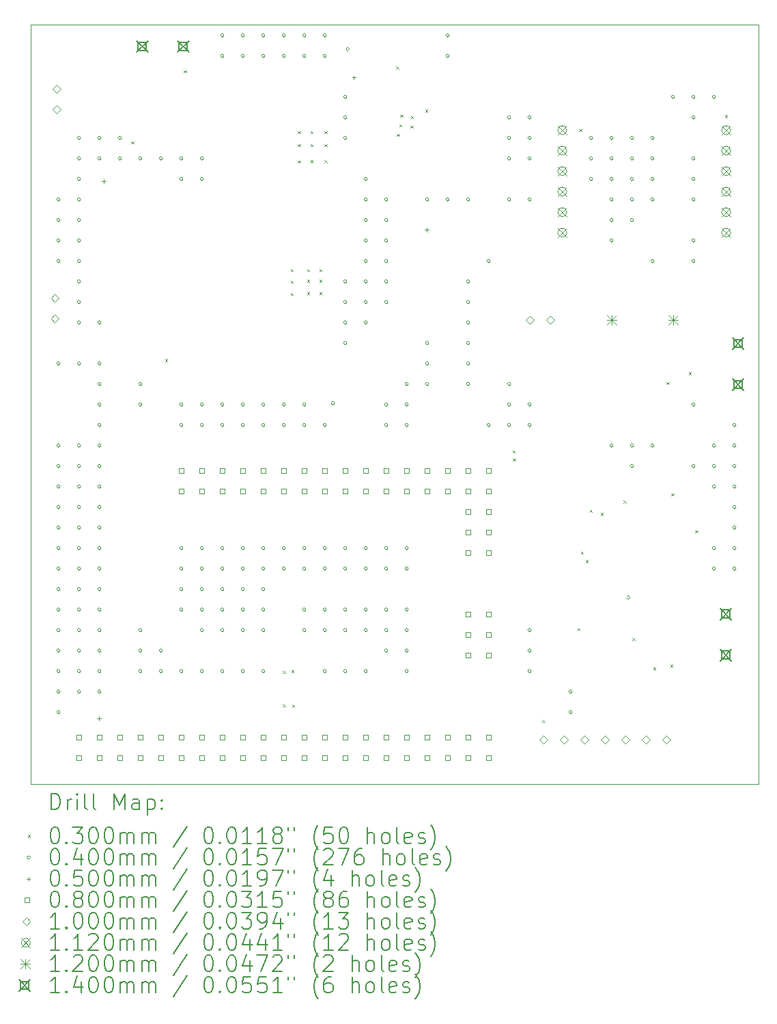
<source format=gbr>
%TF.GenerationSoftware,KiCad,Pcbnew,(6.0.11)*%
%TF.CreationDate,2023-07-21T15:58:46-05:00*%
%TF.ProjectId,MB,4d422e6b-6963-4616-945f-706362585858,rev?*%
%TF.SameCoordinates,Original*%
%TF.FileFunction,Drillmap*%
%TF.FilePolarity,Positive*%
%FSLAX45Y45*%
G04 Gerber Fmt 4.5, Leading zero omitted, Abs format (unit mm)*
G04 Created by KiCad (PCBNEW (6.0.11)) date 2023-07-21 15:58:46*
%MOMM*%
%LPD*%
G01*
G04 APERTURE LIST*
%ADD10C,0.100000*%
%ADD11C,0.200000*%
%ADD12C,0.030000*%
%ADD13C,0.040000*%
%ADD14C,0.050000*%
%ADD15C,0.080000*%
%ADD16C,0.112000*%
%ADD17C,0.120000*%
%ADD18C,0.140000*%
G04 APERTURE END LIST*
D10*
X12865100Y-2913380D02*
X21887180Y-2913380D01*
X21887180Y-2913380D02*
X21887180Y-12321540D01*
X21887180Y-12321540D02*
X12865100Y-12321540D01*
X12865100Y-12321540D02*
X12865100Y-2913380D01*
D11*
D12*
X14112480Y-4358880D02*
X14142480Y-4388880D01*
X14142480Y-4358880D02*
X14112480Y-4388880D01*
X14529040Y-7056360D02*
X14559040Y-7086360D01*
X14559040Y-7056360D02*
X14529040Y-7086360D01*
X14762720Y-3480040D02*
X14792720Y-3510040D01*
X14792720Y-3480040D02*
X14762720Y-3510040D01*
X15992080Y-10919700D02*
X16022080Y-10949700D01*
X16022080Y-10919700D02*
X15992080Y-10949700D01*
X15992080Y-11331180D02*
X16022080Y-11361180D01*
X16022080Y-11331180D02*
X15992080Y-11361180D01*
X16088600Y-5943840D02*
X16118600Y-5973840D01*
X16118600Y-5943840D02*
X16088600Y-5973840D01*
X16088600Y-6086080D02*
X16118600Y-6116080D01*
X16118600Y-6086080D02*
X16088600Y-6116080D01*
X16088600Y-6238480D02*
X16118600Y-6268480D01*
X16118600Y-6238480D02*
X16088600Y-6268480D01*
X16096220Y-10909540D02*
X16126220Y-10939540D01*
X16126220Y-10909540D02*
X16096220Y-10939540D01*
X16103840Y-11336260D02*
X16133840Y-11366260D01*
X16133840Y-11336260D02*
X16103840Y-11366260D01*
X16174960Y-4231880D02*
X16204960Y-4261880D01*
X16204960Y-4231880D02*
X16174960Y-4261880D01*
X16174960Y-4394440D02*
X16204960Y-4424440D01*
X16204960Y-4394440D02*
X16174960Y-4424440D01*
X16174960Y-4597640D02*
X16204960Y-4627640D01*
X16204960Y-4597640D02*
X16174960Y-4627640D01*
X16291800Y-5943840D02*
X16321800Y-5973840D01*
X16321800Y-5943840D02*
X16291800Y-5973840D01*
X16291800Y-6075920D02*
X16321800Y-6105920D01*
X16321800Y-6075920D02*
X16291800Y-6105920D01*
X16291800Y-6228320D02*
X16321800Y-6258320D01*
X16321800Y-6228320D02*
X16291800Y-6258320D01*
X16332440Y-4231880D02*
X16362440Y-4261880D01*
X16362440Y-4231880D02*
X16332440Y-4261880D01*
X16332440Y-4394440D02*
X16362440Y-4424440D01*
X16362440Y-4394440D02*
X16332440Y-4424440D01*
X16332440Y-4592560D02*
X16362440Y-4622560D01*
X16362440Y-4592560D02*
X16332440Y-4622560D01*
X16444200Y-5943840D02*
X16474200Y-5973840D01*
X16474200Y-5943840D02*
X16444200Y-5973840D01*
X16444200Y-6075920D02*
X16474200Y-6105920D01*
X16474200Y-6075920D02*
X16444200Y-6105920D01*
X16444200Y-6228320D02*
X16474200Y-6258320D01*
X16474200Y-6228320D02*
X16444200Y-6258320D01*
X16505160Y-4231880D02*
X16535160Y-4261880D01*
X16535160Y-4231880D02*
X16505160Y-4261880D01*
X16505160Y-4394440D02*
X16535160Y-4424440D01*
X16535160Y-4394440D02*
X16505160Y-4424440D01*
X16505160Y-4592560D02*
X16535160Y-4622560D01*
X16535160Y-4592560D02*
X16505160Y-4622560D01*
X17394160Y-3434320D02*
X17424160Y-3464320D01*
X17424160Y-3434320D02*
X17394160Y-3464320D01*
X17404320Y-4267440D02*
X17434320Y-4297440D01*
X17434320Y-4267440D02*
X17404320Y-4297440D01*
X17434800Y-4150600D02*
X17464800Y-4180600D01*
X17464800Y-4150600D02*
X17434800Y-4180600D01*
X17444960Y-4028680D02*
X17474960Y-4058680D01*
X17474960Y-4028680D02*
X17444960Y-4058680D01*
X17571960Y-4165840D02*
X17601960Y-4195840D01*
X17601960Y-4165840D02*
X17571960Y-4195840D01*
X17577040Y-4049000D02*
X17607040Y-4079000D01*
X17607040Y-4049000D02*
X17577040Y-4079000D01*
X17754840Y-3967720D02*
X17784840Y-3997720D01*
X17784840Y-3967720D02*
X17754840Y-3997720D01*
X18839420Y-8189200D02*
X18869420Y-8219200D01*
X18869420Y-8189200D02*
X18839420Y-8219200D01*
X18844500Y-8290800D02*
X18874500Y-8320800D01*
X18874500Y-8290800D02*
X18844500Y-8320800D01*
X19210260Y-11529300D02*
X19240260Y-11559300D01*
X19240260Y-11529300D02*
X19210260Y-11559300D01*
X19644600Y-10388840D02*
X19674600Y-10418840D01*
X19674600Y-10388840D02*
X19644600Y-10418840D01*
X19664920Y-4206480D02*
X19694920Y-4236480D01*
X19694920Y-4206480D02*
X19664920Y-4236480D01*
X19685240Y-9441420D02*
X19715240Y-9471420D01*
X19715240Y-9441420D02*
X19685240Y-9471420D01*
X19746200Y-9545560D02*
X19776200Y-9575560D01*
X19776200Y-9545560D02*
X19746200Y-9575560D01*
X19797000Y-8923260D02*
X19827000Y-8953260D01*
X19827000Y-8923260D02*
X19797000Y-8953260D01*
X19931620Y-8963900D02*
X19961620Y-8993900D01*
X19961620Y-8963900D02*
X19931620Y-8993900D01*
X20216100Y-8811500D02*
X20246100Y-8841500D01*
X20246100Y-8811500D02*
X20216100Y-8841500D01*
X20327860Y-10513300D02*
X20357860Y-10543300D01*
X20357860Y-10513300D02*
X20327860Y-10543300D01*
X20584400Y-10876520D02*
X20614400Y-10906520D01*
X20614400Y-10876520D02*
X20584400Y-10906520D01*
X20746960Y-7340840D02*
X20776960Y-7370840D01*
X20776960Y-7340840D02*
X20746960Y-7370840D01*
X20795220Y-10840960D02*
X20825220Y-10870960D01*
X20825220Y-10840960D02*
X20795220Y-10870960D01*
X20807920Y-8722600D02*
X20837920Y-8752600D01*
X20837920Y-8722600D02*
X20807920Y-8752600D01*
X21023820Y-7216380D02*
X21053820Y-7246380D01*
X21053820Y-7216380D02*
X21023820Y-7246380D01*
X21105100Y-9179800D02*
X21135100Y-9209800D01*
X21135100Y-9179800D02*
X21105100Y-9209800D01*
X21473400Y-4033760D02*
X21503400Y-4063760D01*
X21503400Y-4033760D02*
X21473400Y-4063760D01*
D13*
X13228000Y-5080000D02*
G75*
G03*
X13228000Y-5080000I-20000J0D01*
G01*
X13228000Y-5334000D02*
G75*
G03*
X13228000Y-5334000I-20000J0D01*
G01*
X13228000Y-5588000D02*
G75*
G03*
X13228000Y-5588000I-20000J0D01*
G01*
X13228000Y-5842000D02*
G75*
G03*
X13228000Y-5842000I-20000J0D01*
G01*
X13228000Y-7112000D02*
G75*
G03*
X13228000Y-7112000I-20000J0D01*
G01*
X13228000Y-8128000D02*
G75*
G03*
X13228000Y-8128000I-20000J0D01*
G01*
X13228000Y-8382000D02*
G75*
G03*
X13228000Y-8382000I-20000J0D01*
G01*
X13228000Y-8636000D02*
G75*
G03*
X13228000Y-8636000I-20000J0D01*
G01*
X13228000Y-8890000D02*
G75*
G03*
X13228000Y-8890000I-20000J0D01*
G01*
X13228000Y-9144000D02*
G75*
G03*
X13228000Y-9144000I-20000J0D01*
G01*
X13228000Y-9398000D02*
G75*
G03*
X13228000Y-9398000I-20000J0D01*
G01*
X13228000Y-9652000D02*
G75*
G03*
X13228000Y-9652000I-20000J0D01*
G01*
X13228000Y-9906000D02*
G75*
G03*
X13228000Y-9906000I-20000J0D01*
G01*
X13228000Y-10160000D02*
G75*
G03*
X13228000Y-10160000I-20000J0D01*
G01*
X13228000Y-10414000D02*
G75*
G03*
X13228000Y-10414000I-20000J0D01*
G01*
X13228000Y-10668000D02*
G75*
G03*
X13228000Y-10668000I-20000J0D01*
G01*
X13228000Y-10922000D02*
G75*
G03*
X13228000Y-10922000I-20000J0D01*
G01*
X13228000Y-11176000D02*
G75*
G03*
X13228000Y-11176000I-20000J0D01*
G01*
X13228000Y-11430000D02*
G75*
G03*
X13228000Y-11430000I-20000J0D01*
G01*
X13482000Y-4318000D02*
G75*
G03*
X13482000Y-4318000I-20000J0D01*
G01*
X13482000Y-4572000D02*
G75*
G03*
X13482000Y-4572000I-20000J0D01*
G01*
X13482000Y-4826000D02*
G75*
G03*
X13482000Y-4826000I-20000J0D01*
G01*
X13482000Y-5080000D02*
G75*
G03*
X13482000Y-5080000I-20000J0D01*
G01*
X13482000Y-5334000D02*
G75*
G03*
X13482000Y-5334000I-20000J0D01*
G01*
X13482000Y-5588000D02*
G75*
G03*
X13482000Y-5588000I-20000J0D01*
G01*
X13482000Y-5842000D02*
G75*
G03*
X13482000Y-5842000I-20000J0D01*
G01*
X13482000Y-6096000D02*
G75*
G03*
X13482000Y-6096000I-20000J0D01*
G01*
X13482000Y-6350000D02*
G75*
G03*
X13482000Y-6350000I-20000J0D01*
G01*
X13482000Y-6604000D02*
G75*
G03*
X13482000Y-6604000I-20000J0D01*
G01*
X13482000Y-7112000D02*
G75*
G03*
X13482000Y-7112000I-20000J0D01*
G01*
X13482000Y-8128000D02*
G75*
G03*
X13482000Y-8128000I-20000J0D01*
G01*
X13482000Y-8382000D02*
G75*
G03*
X13482000Y-8382000I-20000J0D01*
G01*
X13482000Y-8636000D02*
G75*
G03*
X13482000Y-8636000I-20000J0D01*
G01*
X13482000Y-8890000D02*
G75*
G03*
X13482000Y-8890000I-20000J0D01*
G01*
X13482000Y-9144000D02*
G75*
G03*
X13482000Y-9144000I-20000J0D01*
G01*
X13482000Y-9398000D02*
G75*
G03*
X13482000Y-9398000I-20000J0D01*
G01*
X13482000Y-9652000D02*
G75*
G03*
X13482000Y-9652000I-20000J0D01*
G01*
X13482000Y-9906000D02*
G75*
G03*
X13482000Y-9906000I-20000J0D01*
G01*
X13482000Y-10160000D02*
G75*
G03*
X13482000Y-10160000I-20000J0D01*
G01*
X13482000Y-10414000D02*
G75*
G03*
X13482000Y-10414000I-20000J0D01*
G01*
X13482000Y-10668000D02*
G75*
G03*
X13482000Y-10668000I-20000J0D01*
G01*
X13482000Y-10922000D02*
G75*
G03*
X13482000Y-10922000I-20000J0D01*
G01*
X13482000Y-11176000D02*
G75*
G03*
X13482000Y-11176000I-20000J0D01*
G01*
X13736000Y-4318000D02*
G75*
G03*
X13736000Y-4318000I-20000J0D01*
G01*
X13736000Y-4572000D02*
G75*
G03*
X13736000Y-4572000I-20000J0D01*
G01*
X13736000Y-6604000D02*
G75*
G03*
X13736000Y-6604000I-20000J0D01*
G01*
X13736000Y-7112000D02*
G75*
G03*
X13736000Y-7112000I-20000J0D01*
G01*
X13736000Y-7366000D02*
G75*
G03*
X13736000Y-7366000I-20000J0D01*
G01*
X13736000Y-7620000D02*
G75*
G03*
X13736000Y-7620000I-20000J0D01*
G01*
X13736000Y-7874000D02*
G75*
G03*
X13736000Y-7874000I-20000J0D01*
G01*
X13736000Y-8128000D02*
G75*
G03*
X13736000Y-8128000I-20000J0D01*
G01*
X13736000Y-8382000D02*
G75*
G03*
X13736000Y-8382000I-20000J0D01*
G01*
X13736000Y-8636000D02*
G75*
G03*
X13736000Y-8636000I-20000J0D01*
G01*
X13736000Y-8890000D02*
G75*
G03*
X13736000Y-8890000I-20000J0D01*
G01*
X13736000Y-9144000D02*
G75*
G03*
X13736000Y-9144000I-20000J0D01*
G01*
X13736000Y-9398000D02*
G75*
G03*
X13736000Y-9398000I-20000J0D01*
G01*
X13736000Y-9652000D02*
G75*
G03*
X13736000Y-9652000I-20000J0D01*
G01*
X13736000Y-9906000D02*
G75*
G03*
X13736000Y-9906000I-20000J0D01*
G01*
X13736000Y-10160000D02*
G75*
G03*
X13736000Y-10160000I-20000J0D01*
G01*
X13736000Y-10414000D02*
G75*
G03*
X13736000Y-10414000I-20000J0D01*
G01*
X13736000Y-10668000D02*
G75*
G03*
X13736000Y-10668000I-20000J0D01*
G01*
X13736000Y-10922000D02*
G75*
G03*
X13736000Y-10922000I-20000J0D01*
G01*
X13736000Y-11176000D02*
G75*
G03*
X13736000Y-11176000I-20000J0D01*
G01*
X13990000Y-4318000D02*
G75*
G03*
X13990000Y-4318000I-20000J0D01*
G01*
X13990000Y-4572000D02*
G75*
G03*
X13990000Y-4572000I-20000J0D01*
G01*
X14244000Y-4572000D02*
G75*
G03*
X14244000Y-4572000I-20000J0D01*
G01*
X14244000Y-7366000D02*
G75*
G03*
X14244000Y-7366000I-20000J0D01*
G01*
X14244000Y-7620000D02*
G75*
G03*
X14244000Y-7620000I-20000J0D01*
G01*
X14244000Y-10414000D02*
G75*
G03*
X14244000Y-10414000I-20000J0D01*
G01*
X14244000Y-10668000D02*
G75*
G03*
X14244000Y-10668000I-20000J0D01*
G01*
X14244000Y-10922000D02*
G75*
G03*
X14244000Y-10922000I-20000J0D01*
G01*
X14498000Y-4572000D02*
G75*
G03*
X14498000Y-4572000I-20000J0D01*
G01*
X14498000Y-10668000D02*
G75*
G03*
X14498000Y-10668000I-20000J0D01*
G01*
X14498000Y-10922000D02*
G75*
G03*
X14498000Y-10922000I-20000J0D01*
G01*
X14752000Y-4572000D02*
G75*
G03*
X14752000Y-4572000I-20000J0D01*
G01*
X14752000Y-4826000D02*
G75*
G03*
X14752000Y-4826000I-20000J0D01*
G01*
X14752000Y-7620000D02*
G75*
G03*
X14752000Y-7620000I-20000J0D01*
G01*
X14752000Y-7874000D02*
G75*
G03*
X14752000Y-7874000I-20000J0D01*
G01*
X14752000Y-9398000D02*
G75*
G03*
X14752000Y-9398000I-20000J0D01*
G01*
X14752000Y-9652000D02*
G75*
G03*
X14752000Y-9652000I-20000J0D01*
G01*
X14752000Y-9906000D02*
G75*
G03*
X14752000Y-9906000I-20000J0D01*
G01*
X14752000Y-10160000D02*
G75*
G03*
X14752000Y-10160000I-20000J0D01*
G01*
X14752000Y-10922000D02*
G75*
G03*
X14752000Y-10922000I-20000J0D01*
G01*
X15006000Y-4572000D02*
G75*
G03*
X15006000Y-4572000I-20000J0D01*
G01*
X15006000Y-4826000D02*
G75*
G03*
X15006000Y-4826000I-20000J0D01*
G01*
X15006000Y-7620000D02*
G75*
G03*
X15006000Y-7620000I-20000J0D01*
G01*
X15006000Y-7874000D02*
G75*
G03*
X15006000Y-7874000I-20000J0D01*
G01*
X15006000Y-9398000D02*
G75*
G03*
X15006000Y-9398000I-20000J0D01*
G01*
X15006000Y-9652000D02*
G75*
G03*
X15006000Y-9652000I-20000J0D01*
G01*
X15006000Y-9906000D02*
G75*
G03*
X15006000Y-9906000I-20000J0D01*
G01*
X15006000Y-10160000D02*
G75*
G03*
X15006000Y-10160000I-20000J0D01*
G01*
X15006000Y-10414000D02*
G75*
G03*
X15006000Y-10414000I-20000J0D01*
G01*
X15006000Y-10922000D02*
G75*
G03*
X15006000Y-10922000I-20000J0D01*
G01*
X15260000Y-3048000D02*
G75*
G03*
X15260000Y-3048000I-20000J0D01*
G01*
X15260000Y-3302000D02*
G75*
G03*
X15260000Y-3302000I-20000J0D01*
G01*
X15260000Y-7620000D02*
G75*
G03*
X15260000Y-7620000I-20000J0D01*
G01*
X15260000Y-7874000D02*
G75*
G03*
X15260000Y-7874000I-20000J0D01*
G01*
X15260000Y-9398000D02*
G75*
G03*
X15260000Y-9398000I-20000J0D01*
G01*
X15260000Y-9652000D02*
G75*
G03*
X15260000Y-9652000I-20000J0D01*
G01*
X15260000Y-9906000D02*
G75*
G03*
X15260000Y-9906000I-20000J0D01*
G01*
X15260000Y-10160000D02*
G75*
G03*
X15260000Y-10160000I-20000J0D01*
G01*
X15260000Y-10414000D02*
G75*
G03*
X15260000Y-10414000I-20000J0D01*
G01*
X15260000Y-10922000D02*
G75*
G03*
X15260000Y-10922000I-20000J0D01*
G01*
X15514000Y-3048000D02*
G75*
G03*
X15514000Y-3048000I-20000J0D01*
G01*
X15514000Y-3302000D02*
G75*
G03*
X15514000Y-3302000I-20000J0D01*
G01*
X15514000Y-7620000D02*
G75*
G03*
X15514000Y-7620000I-20000J0D01*
G01*
X15514000Y-7874000D02*
G75*
G03*
X15514000Y-7874000I-20000J0D01*
G01*
X15514000Y-9398000D02*
G75*
G03*
X15514000Y-9398000I-20000J0D01*
G01*
X15514000Y-9652000D02*
G75*
G03*
X15514000Y-9652000I-20000J0D01*
G01*
X15514000Y-9906000D02*
G75*
G03*
X15514000Y-9906000I-20000J0D01*
G01*
X15514000Y-10160000D02*
G75*
G03*
X15514000Y-10160000I-20000J0D01*
G01*
X15514000Y-10414000D02*
G75*
G03*
X15514000Y-10414000I-20000J0D01*
G01*
X15514000Y-10922000D02*
G75*
G03*
X15514000Y-10922000I-20000J0D01*
G01*
X15768000Y-3048000D02*
G75*
G03*
X15768000Y-3048000I-20000J0D01*
G01*
X15768000Y-3302000D02*
G75*
G03*
X15768000Y-3302000I-20000J0D01*
G01*
X15768000Y-7620000D02*
G75*
G03*
X15768000Y-7620000I-20000J0D01*
G01*
X15768000Y-7874000D02*
G75*
G03*
X15768000Y-7874000I-20000J0D01*
G01*
X15768000Y-9398000D02*
G75*
G03*
X15768000Y-9398000I-20000J0D01*
G01*
X15768000Y-9652000D02*
G75*
G03*
X15768000Y-9652000I-20000J0D01*
G01*
X15768000Y-9906000D02*
G75*
G03*
X15768000Y-9906000I-20000J0D01*
G01*
X15768000Y-10160000D02*
G75*
G03*
X15768000Y-10160000I-20000J0D01*
G01*
X15768000Y-10414000D02*
G75*
G03*
X15768000Y-10414000I-20000J0D01*
G01*
X15768000Y-10922000D02*
G75*
G03*
X15768000Y-10922000I-20000J0D01*
G01*
X16022000Y-3048000D02*
G75*
G03*
X16022000Y-3048000I-20000J0D01*
G01*
X16022000Y-3302000D02*
G75*
G03*
X16022000Y-3302000I-20000J0D01*
G01*
X16022000Y-7620000D02*
G75*
G03*
X16022000Y-7620000I-20000J0D01*
G01*
X16022000Y-7874000D02*
G75*
G03*
X16022000Y-7874000I-20000J0D01*
G01*
X16022000Y-9398000D02*
G75*
G03*
X16022000Y-9398000I-20000J0D01*
G01*
X16022000Y-9652000D02*
G75*
G03*
X16022000Y-9652000I-20000J0D01*
G01*
X16276000Y-3048000D02*
G75*
G03*
X16276000Y-3048000I-20000J0D01*
G01*
X16276000Y-3302000D02*
G75*
G03*
X16276000Y-3302000I-20000J0D01*
G01*
X16276000Y-7620000D02*
G75*
G03*
X16276000Y-7620000I-20000J0D01*
G01*
X16276000Y-7874000D02*
G75*
G03*
X16276000Y-7874000I-20000J0D01*
G01*
X16276000Y-9398000D02*
G75*
G03*
X16276000Y-9398000I-20000J0D01*
G01*
X16276000Y-9652000D02*
G75*
G03*
X16276000Y-9652000I-20000J0D01*
G01*
X16276000Y-10160000D02*
G75*
G03*
X16276000Y-10160000I-20000J0D01*
G01*
X16276000Y-10414000D02*
G75*
G03*
X16276000Y-10414000I-20000J0D01*
G01*
X16530000Y-3048000D02*
G75*
G03*
X16530000Y-3048000I-20000J0D01*
G01*
X16530000Y-3302000D02*
G75*
G03*
X16530000Y-3302000I-20000J0D01*
G01*
X16530000Y-7874000D02*
G75*
G03*
X16530000Y-7874000I-20000J0D01*
G01*
X16530000Y-9398000D02*
G75*
G03*
X16530000Y-9398000I-20000J0D01*
G01*
X16530000Y-9652000D02*
G75*
G03*
X16530000Y-9652000I-20000J0D01*
G01*
X16530000Y-10160000D02*
G75*
G03*
X16530000Y-10160000I-20000J0D01*
G01*
X16530000Y-10414000D02*
G75*
G03*
X16530000Y-10414000I-20000J0D01*
G01*
X16530000Y-10922000D02*
G75*
G03*
X16530000Y-10922000I-20000J0D01*
G01*
X16631600Y-7604760D02*
G75*
G03*
X16631600Y-7604760I-20000J0D01*
G01*
X16784000Y-3810000D02*
G75*
G03*
X16784000Y-3810000I-20000J0D01*
G01*
X16784000Y-4064000D02*
G75*
G03*
X16784000Y-4064000I-20000J0D01*
G01*
X16784000Y-4318000D02*
G75*
G03*
X16784000Y-4318000I-20000J0D01*
G01*
X16784000Y-6096000D02*
G75*
G03*
X16784000Y-6096000I-20000J0D01*
G01*
X16784000Y-6350000D02*
G75*
G03*
X16784000Y-6350000I-20000J0D01*
G01*
X16784000Y-6604000D02*
G75*
G03*
X16784000Y-6604000I-20000J0D01*
G01*
X16784000Y-6858000D02*
G75*
G03*
X16784000Y-6858000I-20000J0D01*
G01*
X16784000Y-9398000D02*
G75*
G03*
X16784000Y-9398000I-20000J0D01*
G01*
X16784000Y-9652000D02*
G75*
G03*
X16784000Y-9652000I-20000J0D01*
G01*
X16784000Y-10160000D02*
G75*
G03*
X16784000Y-10160000I-20000J0D01*
G01*
X16784000Y-10414000D02*
G75*
G03*
X16784000Y-10414000I-20000J0D01*
G01*
X16784000Y-10922000D02*
G75*
G03*
X16784000Y-10922000I-20000J0D01*
G01*
X16814480Y-3220720D02*
G75*
G03*
X16814480Y-3220720I-20000J0D01*
G01*
X17038000Y-4826000D02*
G75*
G03*
X17038000Y-4826000I-20000J0D01*
G01*
X17038000Y-5080000D02*
G75*
G03*
X17038000Y-5080000I-20000J0D01*
G01*
X17038000Y-5334000D02*
G75*
G03*
X17038000Y-5334000I-20000J0D01*
G01*
X17038000Y-5588000D02*
G75*
G03*
X17038000Y-5588000I-20000J0D01*
G01*
X17038000Y-5842000D02*
G75*
G03*
X17038000Y-5842000I-20000J0D01*
G01*
X17038000Y-6096000D02*
G75*
G03*
X17038000Y-6096000I-20000J0D01*
G01*
X17038000Y-6350000D02*
G75*
G03*
X17038000Y-6350000I-20000J0D01*
G01*
X17038000Y-6604000D02*
G75*
G03*
X17038000Y-6604000I-20000J0D01*
G01*
X17038000Y-9398000D02*
G75*
G03*
X17038000Y-9398000I-20000J0D01*
G01*
X17038000Y-9652000D02*
G75*
G03*
X17038000Y-9652000I-20000J0D01*
G01*
X17038000Y-10160000D02*
G75*
G03*
X17038000Y-10160000I-20000J0D01*
G01*
X17038000Y-10414000D02*
G75*
G03*
X17038000Y-10414000I-20000J0D01*
G01*
X17038000Y-10922000D02*
G75*
G03*
X17038000Y-10922000I-20000J0D01*
G01*
X17292000Y-5080000D02*
G75*
G03*
X17292000Y-5080000I-20000J0D01*
G01*
X17292000Y-5334000D02*
G75*
G03*
X17292000Y-5334000I-20000J0D01*
G01*
X17292000Y-5588000D02*
G75*
G03*
X17292000Y-5588000I-20000J0D01*
G01*
X17292000Y-5842000D02*
G75*
G03*
X17292000Y-5842000I-20000J0D01*
G01*
X17292000Y-6096000D02*
G75*
G03*
X17292000Y-6096000I-20000J0D01*
G01*
X17292000Y-6350000D02*
G75*
G03*
X17292000Y-6350000I-20000J0D01*
G01*
X17292000Y-7620000D02*
G75*
G03*
X17292000Y-7620000I-20000J0D01*
G01*
X17292000Y-7874000D02*
G75*
G03*
X17292000Y-7874000I-20000J0D01*
G01*
X17292000Y-9398000D02*
G75*
G03*
X17292000Y-9398000I-20000J0D01*
G01*
X17292000Y-9652000D02*
G75*
G03*
X17292000Y-9652000I-20000J0D01*
G01*
X17292000Y-10160000D02*
G75*
G03*
X17292000Y-10160000I-20000J0D01*
G01*
X17292000Y-10414000D02*
G75*
G03*
X17292000Y-10414000I-20000J0D01*
G01*
X17292000Y-10668000D02*
G75*
G03*
X17292000Y-10668000I-20000J0D01*
G01*
X17546000Y-7366000D02*
G75*
G03*
X17546000Y-7366000I-20000J0D01*
G01*
X17546000Y-7620000D02*
G75*
G03*
X17546000Y-7620000I-20000J0D01*
G01*
X17546000Y-7874000D02*
G75*
G03*
X17546000Y-7874000I-20000J0D01*
G01*
X17546000Y-9398000D02*
G75*
G03*
X17546000Y-9398000I-20000J0D01*
G01*
X17546000Y-9652000D02*
G75*
G03*
X17546000Y-9652000I-20000J0D01*
G01*
X17546000Y-10160000D02*
G75*
G03*
X17546000Y-10160000I-20000J0D01*
G01*
X17546000Y-10414000D02*
G75*
G03*
X17546000Y-10414000I-20000J0D01*
G01*
X17546000Y-10668000D02*
G75*
G03*
X17546000Y-10668000I-20000J0D01*
G01*
X17546000Y-10922000D02*
G75*
G03*
X17546000Y-10922000I-20000J0D01*
G01*
X17800000Y-5080000D02*
G75*
G03*
X17800000Y-5080000I-20000J0D01*
G01*
X17800000Y-6858000D02*
G75*
G03*
X17800000Y-6858000I-20000J0D01*
G01*
X17800000Y-7112000D02*
G75*
G03*
X17800000Y-7112000I-20000J0D01*
G01*
X17800000Y-7366000D02*
G75*
G03*
X17800000Y-7366000I-20000J0D01*
G01*
X18054000Y-3048000D02*
G75*
G03*
X18054000Y-3048000I-20000J0D01*
G01*
X18054000Y-3302000D02*
G75*
G03*
X18054000Y-3302000I-20000J0D01*
G01*
X18054000Y-5080000D02*
G75*
G03*
X18054000Y-5080000I-20000J0D01*
G01*
X18308000Y-5080000D02*
G75*
G03*
X18308000Y-5080000I-20000J0D01*
G01*
X18308000Y-6096000D02*
G75*
G03*
X18308000Y-6096000I-20000J0D01*
G01*
X18308000Y-6350000D02*
G75*
G03*
X18308000Y-6350000I-20000J0D01*
G01*
X18308000Y-6604000D02*
G75*
G03*
X18308000Y-6604000I-20000J0D01*
G01*
X18308000Y-6858000D02*
G75*
G03*
X18308000Y-6858000I-20000J0D01*
G01*
X18308000Y-7112000D02*
G75*
G03*
X18308000Y-7112000I-20000J0D01*
G01*
X18308000Y-7366000D02*
G75*
G03*
X18308000Y-7366000I-20000J0D01*
G01*
X18562000Y-5842000D02*
G75*
G03*
X18562000Y-5842000I-20000J0D01*
G01*
X18562000Y-7874000D02*
G75*
G03*
X18562000Y-7874000I-20000J0D01*
G01*
X18816000Y-4064000D02*
G75*
G03*
X18816000Y-4064000I-20000J0D01*
G01*
X18816000Y-4318000D02*
G75*
G03*
X18816000Y-4318000I-20000J0D01*
G01*
X18816000Y-4572000D02*
G75*
G03*
X18816000Y-4572000I-20000J0D01*
G01*
X18816000Y-5080000D02*
G75*
G03*
X18816000Y-5080000I-20000J0D01*
G01*
X18816000Y-7366000D02*
G75*
G03*
X18816000Y-7366000I-20000J0D01*
G01*
X18816000Y-7620000D02*
G75*
G03*
X18816000Y-7620000I-20000J0D01*
G01*
X18816000Y-7874000D02*
G75*
G03*
X18816000Y-7874000I-20000J0D01*
G01*
X19070000Y-4064000D02*
G75*
G03*
X19070000Y-4064000I-20000J0D01*
G01*
X19070000Y-4318000D02*
G75*
G03*
X19070000Y-4318000I-20000J0D01*
G01*
X19070000Y-4572000D02*
G75*
G03*
X19070000Y-4572000I-20000J0D01*
G01*
X19070000Y-5080000D02*
G75*
G03*
X19070000Y-5080000I-20000J0D01*
G01*
X19070000Y-7620000D02*
G75*
G03*
X19070000Y-7620000I-20000J0D01*
G01*
X19070000Y-7874000D02*
G75*
G03*
X19070000Y-7874000I-20000J0D01*
G01*
X19070000Y-10414000D02*
G75*
G03*
X19070000Y-10414000I-20000J0D01*
G01*
X19070000Y-10668000D02*
G75*
G03*
X19070000Y-10668000I-20000J0D01*
G01*
X19070000Y-10922000D02*
G75*
G03*
X19070000Y-10922000I-20000J0D01*
G01*
X19578000Y-11176000D02*
G75*
G03*
X19578000Y-11176000I-20000J0D01*
G01*
X19578000Y-11430000D02*
G75*
G03*
X19578000Y-11430000I-20000J0D01*
G01*
X19832000Y-4318000D02*
G75*
G03*
X19832000Y-4318000I-20000J0D01*
G01*
X19832000Y-4572000D02*
G75*
G03*
X19832000Y-4572000I-20000J0D01*
G01*
X19832000Y-4826000D02*
G75*
G03*
X19832000Y-4826000I-20000J0D01*
G01*
X20086000Y-4318000D02*
G75*
G03*
X20086000Y-4318000I-20000J0D01*
G01*
X20086000Y-4572000D02*
G75*
G03*
X20086000Y-4572000I-20000J0D01*
G01*
X20086000Y-4826000D02*
G75*
G03*
X20086000Y-4826000I-20000J0D01*
G01*
X20086000Y-5080000D02*
G75*
G03*
X20086000Y-5080000I-20000J0D01*
G01*
X20086000Y-5334000D02*
G75*
G03*
X20086000Y-5334000I-20000J0D01*
G01*
X20086000Y-5588000D02*
G75*
G03*
X20086000Y-5588000I-20000J0D01*
G01*
X20086000Y-8128000D02*
G75*
G03*
X20086000Y-8128000I-20000J0D01*
G01*
X20294280Y-10010140D02*
G75*
G03*
X20294280Y-10010140I-20000J0D01*
G01*
X20340000Y-4318000D02*
G75*
G03*
X20340000Y-4318000I-20000J0D01*
G01*
X20340000Y-4572000D02*
G75*
G03*
X20340000Y-4572000I-20000J0D01*
G01*
X20340000Y-4826000D02*
G75*
G03*
X20340000Y-4826000I-20000J0D01*
G01*
X20340000Y-5080000D02*
G75*
G03*
X20340000Y-5080000I-20000J0D01*
G01*
X20340000Y-5334000D02*
G75*
G03*
X20340000Y-5334000I-20000J0D01*
G01*
X20340000Y-8128000D02*
G75*
G03*
X20340000Y-8128000I-20000J0D01*
G01*
X20340000Y-8382000D02*
G75*
G03*
X20340000Y-8382000I-20000J0D01*
G01*
X20594000Y-4318000D02*
G75*
G03*
X20594000Y-4318000I-20000J0D01*
G01*
X20594000Y-4572000D02*
G75*
G03*
X20594000Y-4572000I-20000J0D01*
G01*
X20594000Y-4826000D02*
G75*
G03*
X20594000Y-4826000I-20000J0D01*
G01*
X20594000Y-5080000D02*
G75*
G03*
X20594000Y-5080000I-20000J0D01*
G01*
X20594000Y-5842000D02*
G75*
G03*
X20594000Y-5842000I-20000J0D01*
G01*
X20594000Y-8128000D02*
G75*
G03*
X20594000Y-8128000I-20000J0D01*
G01*
X20848000Y-3810000D02*
G75*
G03*
X20848000Y-3810000I-20000J0D01*
G01*
X21102000Y-3810000D02*
G75*
G03*
X21102000Y-3810000I-20000J0D01*
G01*
X21102000Y-4064000D02*
G75*
G03*
X21102000Y-4064000I-20000J0D01*
G01*
X21102000Y-4572000D02*
G75*
G03*
X21102000Y-4572000I-20000J0D01*
G01*
X21102000Y-4826000D02*
G75*
G03*
X21102000Y-4826000I-20000J0D01*
G01*
X21102000Y-5080000D02*
G75*
G03*
X21102000Y-5080000I-20000J0D01*
G01*
X21102000Y-5588000D02*
G75*
G03*
X21102000Y-5588000I-20000J0D01*
G01*
X21102000Y-5842000D02*
G75*
G03*
X21102000Y-5842000I-20000J0D01*
G01*
X21102000Y-7620000D02*
G75*
G03*
X21102000Y-7620000I-20000J0D01*
G01*
X21102000Y-8382000D02*
G75*
G03*
X21102000Y-8382000I-20000J0D01*
G01*
X21356000Y-3810000D02*
G75*
G03*
X21356000Y-3810000I-20000J0D01*
G01*
X21356000Y-8128000D02*
G75*
G03*
X21356000Y-8128000I-20000J0D01*
G01*
X21356000Y-8382000D02*
G75*
G03*
X21356000Y-8382000I-20000J0D01*
G01*
X21356000Y-8636000D02*
G75*
G03*
X21356000Y-8636000I-20000J0D01*
G01*
X21356000Y-9398000D02*
G75*
G03*
X21356000Y-9398000I-20000J0D01*
G01*
X21356000Y-9652000D02*
G75*
G03*
X21356000Y-9652000I-20000J0D01*
G01*
X21610000Y-7874000D02*
G75*
G03*
X21610000Y-7874000I-20000J0D01*
G01*
X21610000Y-8128000D02*
G75*
G03*
X21610000Y-8128000I-20000J0D01*
G01*
X21610000Y-8382000D02*
G75*
G03*
X21610000Y-8382000I-20000J0D01*
G01*
X21610000Y-8636000D02*
G75*
G03*
X21610000Y-8636000I-20000J0D01*
G01*
X21610000Y-8890000D02*
G75*
G03*
X21610000Y-8890000I-20000J0D01*
G01*
X21610000Y-9144000D02*
G75*
G03*
X21610000Y-9144000I-20000J0D01*
G01*
X21610000Y-9398000D02*
G75*
G03*
X21610000Y-9398000I-20000J0D01*
G01*
X21610000Y-9652000D02*
G75*
G03*
X21610000Y-9652000I-20000J0D01*
G01*
D14*
X13713460Y-11486280D02*
X13713460Y-11536280D01*
X13688460Y-11511280D02*
X13738460Y-11511280D01*
X13771880Y-4826400D02*
X13771880Y-4876400D01*
X13746880Y-4851400D02*
X13796880Y-4851400D01*
X16873220Y-3546240D02*
X16873220Y-3596240D01*
X16848220Y-3571240D02*
X16898220Y-3571240D01*
X17772380Y-5433460D02*
X17772380Y-5483460D01*
X17747380Y-5458460D02*
X17797380Y-5458460D01*
D15*
X13492504Y-11770704D02*
X13492504Y-11714135D01*
X13435935Y-11714135D01*
X13435935Y-11770704D01*
X13492504Y-11770704D01*
X13492504Y-12024704D02*
X13492504Y-11968135D01*
X13435935Y-11968135D01*
X13435935Y-12024704D01*
X13492504Y-12024704D01*
X13746504Y-11770704D02*
X13746504Y-11714135D01*
X13689935Y-11714135D01*
X13689935Y-11770704D01*
X13746504Y-11770704D01*
X13746504Y-12024704D02*
X13746504Y-11968135D01*
X13689935Y-11968135D01*
X13689935Y-12024704D01*
X13746504Y-12024704D01*
X14000504Y-11770704D02*
X14000504Y-11714135D01*
X13943935Y-11714135D01*
X13943935Y-11770704D01*
X14000504Y-11770704D01*
X14000504Y-12024704D02*
X14000504Y-11968135D01*
X13943935Y-11968135D01*
X13943935Y-12024704D01*
X14000504Y-12024704D01*
X14254504Y-11770704D02*
X14254504Y-11714135D01*
X14197935Y-11714135D01*
X14197935Y-11770704D01*
X14254504Y-11770704D01*
X14254504Y-12024704D02*
X14254504Y-11968135D01*
X14197935Y-11968135D01*
X14197935Y-12024704D01*
X14254504Y-12024704D01*
X14508504Y-11770704D02*
X14508504Y-11714135D01*
X14451935Y-11714135D01*
X14451935Y-11770704D01*
X14508504Y-11770704D01*
X14508504Y-12024704D02*
X14508504Y-11968135D01*
X14451935Y-11968135D01*
X14451935Y-12024704D01*
X14508504Y-12024704D01*
X14762504Y-8468705D02*
X14762504Y-8412136D01*
X14705935Y-8412136D01*
X14705935Y-8468705D01*
X14762504Y-8468705D01*
X14762504Y-8722705D02*
X14762504Y-8666136D01*
X14705935Y-8666136D01*
X14705935Y-8722705D01*
X14762504Y-8722705D01*
X14762504Y-11770704D02*
X14762504Y-11714135D01*
X14705935Y-11714135D01*
X14705935Y-11770704D01*
X14762504Y-11770704D01*
X14762504Y-12024704D02*
X14762504Y-11968135D01*
X14705935Y-11968135D01*
X14705935Y-12024704D01*
X14762504Y-12024704D01*
X15016504Y-8468705D02*
X15016504Y-8412136D01*
X14959935Y-8412136D01*
X14959935Y-8468705D01*
X15016504Y-8468705D01*
X15016504Y-8722705D02*
X15016504Y-8666136D01*
X14959935Y-8666136D01*
X14959935Y-8722705D01*
X15016504Y-8722705D01*
X15016504Y-11770704D02*
X15016504Y-11714135D01*
X14959935Y-11714135D01*
X14959935Y-11770704D01*
X15016504Y-11770704D01*
X15016504Y-12024704D02*
X15016504Y-11968135D01*
X14959935Y-11968135D01*
X14959935Y-12024704D01*
X15016504Y-12024704D01*
X15270504Y-8468705D02*
X15270504Y-8412136D01*
X15213935Y-8412136D01*
X15213935Y-8468705D01*
X15270504Y-8468705D01*
X15270504Y-8722705D02*
X15270504Y-8666136D01*
X15213935Y-8666136D01*
X15213935Y-8722705D01*
X15270504Y-8722705D01*
X15270504Y-11770704D02*
X15270504Y-11714135D01*
X15213935Y-11714135D01*
X15213935Y-11770704D01*
X15270504Y-11770704D01*
X15270504Y-12024704D02*
X15270504Y-11968135D01*
X15213935Y-11968135D01*
X15213935Y-12024704D01*
X15270504Y-12024704D01*
X15524504Y-8468705D02*
X15524504Y-8412136D01*
X15467935Y-8412136D01*
X15467935Y-8468705D01*
X15524504Y-8468705D01*
X15524504Y-8722705D02*
X15524504Y-8666136D01*
X15467935Y-8666136D01*
X15467935Y-8722705D01*
X15524504Y-8722705D01*
X15524504Y-11770704D02*
X15524504Y-11714135D01*
X15467935Y-11714135D01*
X15467935Y-11770704D01*
X15524504Y-11770704D01*
X15524504Y-12024704D02*
X15524504Y-11968135D01*
X15467935Y-11968135D01*
X15467935Y-12024704D01*
X15524504Y-12024704D01*
X15778504Y-8468705D02*
X15778504Y-8412136D01*
X15721935Y-8412136D01*
X15721935Y-8468705D01*
X15778504Y-8468705D01*
X15778504Y-8722705D02*
X15778504Y-8666136D01*
X15721935Y-8666136D01*
X15721935Y-8722705D01*
X15778504Y-8722705D01*
X15778504Y-11770704D02*
X15778504Y-11714135D01*
X15721935Y-11714135D01*
X15721935Y-11770704D01*
X15778504Y-11770704D01*
X15778504Y-12024704D02*
X15778504Y-11968135D01*
X15721935Y-11968135D01*
X15721935Y-12024704D01*
X15778504Y-12024704D01*
X16032504Y-8468705D02*
X16032504Y-8412136D01*
X15975935Y-8412136D01*
X15975935Y-8468705D01*
X16032504Y-8468705D01*
X16032504Y-8722705D02*
X16032504Y-8666136D01*
X15975935Y-8666136D01*
X15975935Y-8722705D01*
X16032504Y-8722705D01*
X16032504Y-11770704D02*
X16032504Y-11714135D01*
X15975935Y-11714135D01*
X15975935Y-11770704D01*
X16032504Y-11770704D01*
X16032504Y-12024704D02*
X16032504Y-11968135D01*
X15975935Y-11968135D01*
X15975935Y-12024704D01*
X16032504Y-12024704D01*
X16286504Y-8468705D02*
X16286504Y-8412136D01*
X16229935Y-8412136D01*
X16229935Y-8468705D01*
X16286504Y-8468705D01*
X16286504Y-8722705D02*
X16286504Y-8666136D01*
X16229935Y-8666136D01*
X16229935Y-8722705D01*
X16286504Y-8722705D01*
X16286504Y-11770704D02*
X16286504Y-11714135D01*
X16229935Y-11714135D01*
X16229935Y-11770704D01*
X16286504Y-11770704D01*
X16286504Y-12024704D02*
X16286504Y-11968135D01*
X16229935Y-11968135D01*
X16229935Y-12024704D01*
X16286504Y-12024704D01*
X16540504Y-8468705D02*
X16540504Y-8412136D01*
X16483935Y-8412136D01*
X16483935Y-8468705D01*
X16540504Y-8468705D01*
X16540504Y-8722705D02*
X16540504Y-8666136D01*
X16483935Y-8666136D01*
X16483935Y-8722705D01*
X16540504Y-8722705D01*
X16540504Y-11770704D02*
X16540504Y-11714135D01*
X16483935Y-11714135D01*
X16483935Y-11770704D01*
X16540504Y-11770704D01*
X16540504Y-12024704D02*
X16540504Y-11968135D01*
X16483935Y-11968135D01*
X16483935Y-12024704D01*
X16540504Y-12024704D01*
X16794505Y-8468705D02*
X16794505Y-8412136D01*
X16737935Y-8412136D01*
X16737935Y-8468705D01*
X16794505Y-8468705D01*
X16794505Y-8722705D02*
X16794505Y-8666136D01*
X16737935Y-8666136D01*
X16737935Y-8722705D01*
X16794505Y-8722705D01*
X16794505Y-11770704D02*
X16794505Y-11714135D01*
X16737935Y-11714135D01*
X16737935Y-11770704D01*
X16794505Y-11770704D01*
X16794505Y-12024704D02*
X16794505Y-11968135D01*
X16737935Y-11968135D01*
X16737935Y-12024704D01*
X16794505Y-12024704D01*
X17048505Y-8468705D02*
X17048505Y-8412136D01*
X16991936Y-8412136D01*
X16991936Y-8468705D01*
X17048505Y-8468705D01*
X17048505Y-8722705D02*
X17048505Y-8666136D01*
X16991936Y-8666136D01*
X16991936Y-8722705D01*
X17048505Y-8722705D01*
X17048505Y-11770704D02*
X17048505Y-11714135D01*
X16991936Y-11714135D01*
X16991936Y-11770704D01*
X17048505Y-11770704D01*
X17048505Y-12024704D02*
X17048505Y-11968135D01*
X16991936Y-11968135D01*
X16991936Y-12024704D01*
X17048505Y-12024704D01*
X17302505Y-8468705D02*
X17302505Y-8412136D01*
X17245936Y-8412136D01*
X17245936Y-8468705D01*
X17302505Y-8468705D01*
X17302505Y-8722705D02*
X17302505Y-8666136D01*
X17245936Y-8666136D01*
X17245936Y-8722705D01*
X17302505Y-8722705D01*
X17302505Y-11770704D02*
X17302505Y-11714135D01*
X17245936Y-11714135D01*
X17245936Y-11770704D01*
X17302505Y-11770704D01*
X17302505Y-12024704D02*
X17302505Y-11968135D01*
X17245936Y-11968135D01*
X17245936Y-12024704D01*
X17302505Y-12024704D01*
X17556505Y-8468705D02*
X17556505Y-8412136D01*
X17499936Y-8412136D01*
X17499936Y-8468705D01*
X17556505Y-8468705D01*
X17556505Y-8722705D02*
X17556505Y-8666136D01*
X17499936Y-8666136D01*
X17499936Y-8722705D01*
X17556505Y-8722705D01*
X17556505Y-11770704D02*
X17556505Y-11714135D01*
X17499936Y-11714135D01*
X17499936Y-11770704D01*
X17556505Y-11770704D01*
X17556505Y-12024704D02*
X17556505Y-11968135D01*
X17499936Y-11968135D01*
X17499936Y-12024704D01*
X17556505Y-12024704D01*
X17810505Y-8468705D02*
X17810505Y-8412136D01*
X17753936Y-8412136D01*
X17753936Y-8468705D01*
X17810505Y-8468705D01*
X17810505Y-8722705D02*
X17810505Y-8666136D01*
X17753936Y-8666136D01*
X17753936Y-8722705D01*
X17810505Y-8722705D01*
X17810505Y-11770704D02*
X17810505Y-11714135D01*
X17753936Y-11714135D01*
X17753936Y-11770704D01*
X17810505Y-11770704D01*
X17810505Y-12024704D02*
X17810505Y-11968135D01*
X17753936Y-11968135D01*
X17753936Y-12024704D01*
X17810505Y-12024704D01*
X18064505Y-8468705D02*
X18064505Y-8412136D01*
X18007936Y-8412136D01*
X18007936Y-8468705D01*
X18064505Y-8468705D01*
X18064505Y-8722705D02*
X18064505Y-8666136D01*
X18007936Y-8666136D01*
X18007936Y-8722705D01*
X18064505Y-8722705D01*
X18064505Y-11770704D02*
X18064505Y-11714135D01*
X18007936Y-11714135D01*
X18007936Y-11770704D01*
X18064505Y-11770704D01*
X18064505Y-12024704D02*
X18064505Y-11968135D01*
X18007936Y-11968135D01*
X18007936Y-12024704D01*
X18064505Y-12024704D01*
X18318505Y-8468705D02*
X18318505Y-8412136D01*
X18261936Y-8412136D01*
X18261936Y-8468705D01*
X18318505Y-8468705D01*
X18318505Y-8722705D02*
X18318505Y-8666136D01*
X18261936Y-8666136D01*
X18261936Y-8722705D01*
X18318505Y-8722705D01*
X18318505Y-8976705D02*
X18318505Y-8920136D01*
X18261936Y-8920136D01*
X18261936Y-8976705D01*
X18318505Y-8976705D01*
X18318505Y-9230705D02*
X18318505Y-9174136D01*
X18261936Y-9174136D01*
X18261936Y-9230705D01*
X18318505Y-9230705D01*
X18318505Y-9484705D02*
X18318505Y-9428136D01*
X18261936Y-9428136D01*
X18261936Y-9484705D01*
X18318505Y-9484705D01*
X18318505Y-10246705D02*
X18318505Y-10190136D01*
X18261936Y-10190136D01*
X18261936Y-10246705D01*
X18318505Y-10246705D01*
X18318505Y-10500705D02*
X18318505Y-10444136D01*
X18261936Y-10444136D01*
X18261936Y-10500705D01*
X18318505Y-10500705D01*
X18318505Y-10754705D02*
X18318505Y-10698136D01*
X18261936Y-10698136D01*
X18261936Y-10754705D01*
X18318505Y-10754705D01*
X18318505Y-11770704D02*
X18318505Y-11714135D01*
X18261936Y-11714135D01*
X18261936Y-11770704D01*
X18318505Y-11770704D01*
X18318505Y-12024704D02*
X18318505Y-11968135D01*
X18261936Y-11968135D01*
X18261936Y-12024704D01*
X18318505Y-12024704D01*
X18572505Y-8468705D02*
X18572505Y-8412136D01*
X18515936Y-8412136D01*
X18515936Y-8468705D01*
X18572505Y-8468705D01*
X18572505Y-8722705D02*
X18572505Y-8666136D01*
X18515936Y-8666136D01*
X18515936Y-8722705D01*
X18572505Y-8722705D01*
X18572505Y-8976705D02*
X18572505Y-8920136D01*
X18515936Y-8920136D01*
X18515936Y-8976705D01*
X18572505Y-8976705D01*
X18572505Y-9230705D02*
X18572505Y-9174136D01*
X18515936Y-9174136D01*
X18515936Y-9230705D01*
X18572505Y-9230705D01*
X18572505Y-9484705D02*
X18572505Y-9428136D01*
X18515936Y-9428136D01*
X18515936Y-9484705D01*
X18572505Y-9484705D01*
X18572505Y-10246705D02*
X18572505Y-10190136D01*
X18515936Y-10190136D01*
X18515936Y-10246705D01*
X18572505Y-10246705D01*
X18572505Y-10500705D02*
X18572505Y-10444136D01*
X18515936Y-10444136D01*
X18515936Y-10500705D01*
X18572505Y-10500705D01*
X18572505Y-10754705D02*
X18572505Y-10698136D01*
X18515936Y-10698136D01*
X18515936Y-10754705D01*
X18572505Y-10754705D01*
X18572505Y-11770704D02*
X18572505Y-11714135D01*
X18515936Y-11714135D01*
X18515936Y-11770704D01*
X18572505Y-11770704D01*
X18572505Y-12024704D02*
X18572505Y-11968135D01*
X18515936Y-11968135D01*
X18515936Y-12024704D01*
X18572505Y-12024704D01*
D10*
X13164820Y-6351740D02*
X13214820Y-6301740D01*
X13164820Y-6251740D01*
X13114820Y-6301740D01*
X13164820Y-6351740D01*
X13164820Y-6605740D02*
X13214820Y-6555740D01*
X13164820Y-6505740D01*
X13114820Y-6555740D01*
X13164820Y-6605740D01*
X13187680Y-3763480D02*
X13237680Y-3713480D01*
X13187680Y-3663480D01*
X13137680Y-3713480D01*
X13187680Y-3763480D01*
X13187680Y-4017480D02*
X13237680Y-3967480D01*
X13187680Y-3917480D01*
X13137680Y-3967480D01*
X13187680Y-4017480D01*
X19051240Y-6621000D02*
X19101240Y-6571000D01*
X19051240Y-6521000D01*
X19001240Y-6571000D01*
X19051240Y-6621000D01*
X19225260Y-11822900D02*
X19275260Y-11772900D01*
X19225260Y-11722900D01*
X19175260Y-11772900D01*
X19225260Y-11822900D01*
X19305240Y-6621000D02*
X19355240Y-6571000D01*
X19305240Y-6521000D01*
X19255240Y-6571000D01*
X19305240Y-6621000D01*
X19479260Y-11822900D02*
X19529260Y-11772900D01*
X19479260Y-11722900D01*
X19429260Y-11772900D01*
X19479260Y-11822900D01*
X19733260Y-11822900D02*
X19783260Y-11772900D01*
X19733260Y-11722900D01*
X19683260Y-11772900D01*
X19733260Y-11822900D01*
X19987260Y-11822900D02*
X20037260Y-11772900D01*
X19987260Y-11722900D01*
X19937260Y-11772900D01*
X19987260Y-11822900D01*
X20241260Y-11822900D02*
X20291260Y-11772900D01*
X20241260Y-11722900D01*
X20191260Y-11772900D01*
X20241260Y-11822900D01*
X20495260Y-11822900D02*
X20545260Y-11772900D01*
X20495260Y-11722900D01*
X20445260Y-11772900D01*
X20495260Y-11822900D01*
X20749260Y-11822900D02*
X20799260Y-11772900D01*
X20749260Y-11722900D01*
X20699260Y-11772900D01*
X20749260Y-11822900D01*
D16*
X19399920Y-4165460D02*
X19511920Y-4277460D01*
X19511920Y-4165460D02*
X19399920Y-4277460D01*
X19511920Y-4221460D02*
G75*
G03*
X19511920Y-4221460I-56000J0D01*
G01*
X19399920Y-4419460D02*
X19511920Y-4531460D01*
X19511920Y-4419460D02*
X19399920Y-4531460D01*
X19511920Y-4475460D02*
G75*
G03*
X19511920Y-4475460I-56000J0D01*
G01*
X19399920Y-4673460D02*
X19511920Y-4785460D01*
X19511920Y-4673460D02*
X19399920Y-4785460D01*
X19511920Y-4729460D02*
G75*
G03*
X19511920Y-4729460I-56000J0D01*
G01*
X19399920Y-4927460D02*
X19511920Y-5039460D01*
X19511920Y-4927460D02*
X19399920Y-5039460D01*
X19511920Y-4983460D02*
G75*
G03*
X19511920Y-4983460I-56000J0D01*
G01*
X19399920Y-5181460D02*
X19511920Y-5293460D01*
X19511920Y-5181460D02*
X19399920Y-5293460D01*
X19511920Y-5237460D02*
G75*
G03*
X19511920Y-5237460I-56000J0D01*
G01*
X19399920Y-5435460D02*
X19511920Y-5547460D01*
X19511920Y-5435460D02*
X19399920Y-5547460D01*
X19511920Y-5491460D02*
G75*
G03*
X19511920Y-5491460I-56000J0D01*
G01*
X21431920Y-4165460D02*
X21543920Y-4277460D01*
X21543920Y-4165460D02*
X21431920Y-4277460D01*
X21543920Y-4221460D02*
G75*
G03*
X21543920Y-4221460I-56000J0D01*
G01*
X21431920Y-4419460D02*
X21543920Y-4531460D01*
X21543920Y-4419460D02*
X21431920Y-4531460D01*
X21543920Y-4475460D02*
G75*
G03*
X21543920Y-4475460I-56000J0D01*
G01*
X21431920Y-4673460D02*
X21543920Y-4785460D01*
X21543920Y-4673460D02*
X21431920Y-4785460D01*
X21543920Y-4729460D02*
G75*
G03*
X21543920Y-4729460I-56000J0D01*
G01*
X21431920Y-4927460D02*
X21543920Y-5039460D01*
X21543920Y-4927460D02*
X21431920Y-5039460D01*
X21543920Y-4983460D02*
G75*
G03*
X21543920Y-4983460I-56000J0D01*
G01*
X21431920Y-5181460D02*
X21543920Y-5293460D01*
X21543920Y-5181460D02*
X21431920Y-5293460D01*
X21543920Y-5237460D02*
G75*
G03*
X21543920Y-5237460I-56000J0D01*
G01*
X21431920Y-5435460D02*
X21543920Y-5547460D01*
X21543920Y-5435460D02*
X21431920Y-5547460D01*
X21543920Y-5491460D02*
G75*
G03*
X21543920Y-5491460I-56000J0D01*
G01*
D17*
X20007240Y-6511000D02*
X20127240Y-6631000D01*
X20127240Y-6511000D02*
X20007240Y-6631000D01*
X20067240Y-6511000D02*
X20067240Y-6631000D01*
X20007240Y-6571000D02*
X20127240Y-6571000D01*
X20769240Y-6511000D02*
X20889240Y-6631000D01*
X20889240Y-6511000D02*
X20769240Y-6631000D01*
X20829240Y-6511000D02*
X20829240Y-6631000D01*
X20769240Y-6571000D02*
X20889240Y-6571000D01*
D18*
X14176860Y-3115160D02*
X14316860Y-3255160D01*
X14316860Y-3115160D02*
X14176860Y-3255160D01*
X14296358Y-3234658D02*
X14296358Y-3135662D01*
X14197362Y-3135662D01*
X14197362Y-3234658D01*
X14296358Y-3234658D01*
X14684860Y-3115160D02*
X14824860Y-3255160D01*
X14824860Y-3115160D02*
X14684860Y-3255160D01*
X14804358Y-3234658D02*
X14804358Y-3135662D01*
X14705362Y-3135662D01*
X14705362Y-3234658D01*
X14804358Y-3234658D01*
X21412100Y-10145880D02*
X21552100Y-10285880D01*
X21552100Y-10145880D02*
X21412100Y-10285880D01*
X21531598Y-10265378D02*
X21531598Y-10166382D01*
X21432602Y-10166382D01*
X21432602Y-10265378D01*
X21531598Y-10265378D01*
X21412100Y-10653880D02*
X21552100Y-10793880D01*
X21552100Y-10653880D02*
X21412100Y-10793880D01*
X21531598Y-10773378D02*
X21531598Y-10674382D01*
X21432602Y-10674382D01*
X21432602Y-10773378D01*
X21531598Y-10773378D01*
X21567040Y-6795620D02*
X21707040Y-6935620D01*
X21707040Y-6795620D02*
X21567040Y-6935620D01*
X21686538Y-6915118D02*
X21686538Y-6816122D01*
X21587542Y-6816122D01*
X21587542Y-6915118D01*
X21686538Y-6915118D01*
X21567040Y-7303620D02*
X21707040Y-7443620D01*
X21707040Y-7303620D02*
X21567040Y-7443620D01*
X21686538Y-7423118D02*
X21686538Y-7324122D01*
X21587542Y-7324122D01*
X21587542Y-7423118D01*
X21686538Y-7423118D01*
D11*
X13117719Y-12637016D02*
X13117719Y-12437016D01*
X13165338Y-12437016D01*
X13193909Y-12446540D01*
X13212957Y-12465588D01*
X13222481Y-12484635D01*
X13232005Y-12522730D01*
X13232005Y-12551302D01*
X13222481Y-12589397D01*
X13212957Y-12608445D01*
X13193909Y-12627492D01*
X13165338Y-12637016D01*
X13117719Y-12637016D01*
X13317719Y-12637016D02*
X13317719Y-12503683D01*
X13317719Y-12541778D02*
X13327243Y-12522730D01*
X13336767Y-12513207D01*
X13355814Y-12503683D01*
X13374862Y-12503683D01*
X13441528Y-12637016D02*
X13441528Y-12503683D01*
X13441528Y-12437016D02*
X13432005Y-12446540D01*
X13441528Y-12456064D01*
X13451052Y-12446540D01*
X13441528Y-12437016D01*
X13441528Y-12456064D01*
X13565338Y-12637016D02*
X13546290Y-12627492D01*
X13536767Y-12608445D01*
X13536767Y-12437016D01*
X13670100Y-12637016D02*
X13651052Y-12627492D01*
X13641528Y-12608445D01*
X13641528Y-12437016D01*
X13898671Y-12637016D02*
X13898671Y-12437016D01*
X13965338Y-12579873D01*
X14032005Y-12437016D01*
X14032005Y-12637016D01*
X14212957Y-12637016D02*
X14212957Y-12532254D01*
X14203433Y-12513207D01*
X14184386Y-12503683D01*
X14146290Y-12503683D01*
X14127243Y-12513207D01*
X14212957Y-12627492D02*
X14193909Y-12637016D01*
X14146290Y-12637016D01*
X14127243Y-12627492D01*
X14117719Y-12608445D01*
X14117719Y-12589397D01*
X14127243Y-12570349D01*
X14146290Y-12560826D01*
X14193909Y-12560826D01*
X14212957Y-12551302D01*
X14308195Y-12503683D02*
X14308195Y-12703683D01*
X14308195Y-12513207D02*
X14327243Y-12503683D01*
X14365338Y-12503683D01*
X14384386Y-12513207D01*
X14393909Y-12522730D01*
X14403433Y-12541778D01*
X14403433Y-12598921D01*
X14393909Y-12617968D01*
X14384386Y-12627492D01*
X14365338Y-12637016D01*
X14327243Y-12637016D01*
X14308195Y-12627492D01*
X14489148Y-12617968D02*
X14498671Y-12627492D01*
X14489148Y-12637016D01*
X14479624Y-12627492D01*
X14489148Y-12617968D01*
X14489148Y-12637016D01*
X14489148Y-12513207D02*
X14498671Y-12522730D01*
X14489148Y-12532254D01*
X14479624Y-12522730D01*
X14489148Y-12513207D01*
X14489148Y-12532254D01*
D12*
X12830100Y-12951540D02*
X12860100Y-12981540D01*
X12860100Y-12951540D02*
X12830100Y-12981540D01*
D11*
X13155814Y-12857016D02*
X13174862Y-12857016D01*
X13193909Y-12866540D01*
X13203433Y-12876064D01*
X13212957Y-12895111D01*
X13222481Y-12933207D01*
X13222481Y-12980826D01*
X13212957Y-13018921D01*
X13203433Y-13037968D01*
X13193909Y-13047492D01*
X13174862Y-13057016D01*
X13155814Y-13057016D01*
X13136767Y-13047492D01*
X13127243Y-13037968D01*
X13117719Y-13018921D01*
X13108195Y-12980826D01*
X13108195Y-12933207D01*
X13117719Y-12895111D01*
X13127243Y-12876064D01*
X13136767Y-12866540D01*
X13155814Y-12857016D01*
X13308195Y-13037968D02*
X13317719Y-13047492D01*
X13308195Y-13057016D01*
X13298671Y-13047492D01*
X13308195Y-13037968D01*
X13308195Y-13057016D01*
X13384386Y-12857016D02*
X13508195Y-12857016D01*
X13441528Y-12933207D01*
X13470100Y-12933207D01*
X13489148Y-12942730D01*
X13498671Y-12952254D01*
X13508195Y-12971302D01*
X13508195Y-13018921D01*
X13498671Y-13037968D01*
X13489148Y-13047492D01*
X13470100Y-13057016D01*
X13412957Y-13057016D01*
X13393909Y-13047492D01*
X13384386Y-13037968D01*
X13632005Y-12857016D02*
X13651052Y-12857016D01*
X13670100Y-12866540D01*
X13679624Y-12876064D01*
X13689148Y-12895111D01*
X13698671Y-12933207D01*
X13698671Y-12980826D01*
X13689148Y-13018921D01*
X13679624Y-13037968D01*
X13670100Y-13047492D01*
X13651052Y-13057016D01*
X13632005Y-13057016D01*
X13612957Y-13047492D01*
X13603433Y-13037968D01*
X13593909Y-13018921D01*
X13584386Y-12980826D01*
X13584386Y-12933207D01*
X13593909Y-12895111D01*
X13603433Y-12876064D01*
X13612957Y-12866540D01*
X13632005Y-12857016D01*
X13822481Y-12857016D02*
X13841528Y-12857016D01*
X13860576Y-12866540D01*
X13870100Y-12876064D01*
X13879624Y-12895111D01*
X13889148Y-12933207D01*
X13889148Y-12980826D01*
X13879624Y-13018921D01*
X13870100Y-13037968D01*
X13860576Y-13047492D01*
X13841528Y-13057016D01*
X13822481Y-13057016D01*
X13803433Y-13047492D01*
X13793909Y-13037968D01*
X13784386Y-13018921D01*
X13774862Y-12980826D01*
X13774862Y-12933207D01*
X13784386Y-12895111D01*
X13793909Y-12876064D01*
X13803433Y-12866540D01*
X13822481Y-12857016D01*
X13974862Y-13057016D02*
X13974862Y-12923683D01*
X13974862Y-12942730D02*
X13984386Y-12933207D01*
X14003433Y-12923683D01*
X14032005Y-12923683D01*
X14051052Y-12933207D01*
X14060576Y-12952254D01*
X14060576Y-13057016D01*
X14060576Y-12952254D02*
X14070100Y-12933207D01*
X14089148Y-12923683D01*
X14117719Y-12923683D01*
X14136767Y-12933207D01*
X14146290Y-12952254D01*
X14146290Y-13057016D01*
X14241528Y-13057016D02*
X14241528Y-12923683D01*
X14241528Y-12942730D02*
X14251052Y-12933207D01*
X14270100Y-12923683D01*
X14298671Y-12923683D01*
X14317719Y-12933207D01*
X14327243Y-12952254D01*
X14327243Y-13057016D01*
X14327243Y-12952254D02*
X14336767Y-12933207D01*
X14355814Y-12923683D01*
X14384386Y-12923683D01*
X14403433Y-12933207D01*
X14412957Y-12952254D01*
X14412957Y-13057016D01*
X14803433Y-12847492D02*
X14632005Y-13104635D01*
X15060576Y-12857016D02*
X15079624Y-12857016D01*
X15098671Y-12866540D01*
X15108195Y-12876064D01*
X15117719Y-12895111D01*
X15127243Y-12933207D01*
X15127243Y-12980826D01*
X15117719Y-13018921D01*
X15108195Y-13037968D01*
X15098671Y-13047492D01*
X15079624Y-13057016D01*
X15060576Y-13057016D01*
X15041528Y-13047492D01*
X15032005Y-13037968D01*
X15022481Y-13018921D01*
X15012957Y-12980826D01*
X15012957Y-12933207D01*
X15022481Y-12895111D01*
X15032005Y-12876064D01*
X15041528Y-12866540D01*
X15060576Y-12857016D01*
X15212957Y-13037968D02*
X15222481Y-13047492D01*
X15212957Y-13057016D01*
X15203433Y-13047492D01*
X15212957Y-13037968D01*
X15212957Y-13057016D01*
X15346290Y-12857016D02*
X15365338Y-12857016D01*
X15384386Y-12866540D01*
X15393909Y-12876064D01*
X15403433Y-12895111D01*
X15412957Y-12933207D01*
X15412957Y-12980826D01*
X15403433Y-13018921D01*
X15393909Y-13037968D01*
X15384386Y-13047492D01*
X15365338Y-13057016D01*
X15346290Y-13057016D01*
X15327243Y-13047492D01*
X15317719Y-13037968D01*
X15308195Y-13018921D01*
X15298671Y-12980826D01*
X15298671Y-12933207D01*
X15308195Y-12895111D01*
X15317719Y-12876064D01*
X15327243Y-12866540D01*
X15346290Y-12857016D01*
X15603433Y-13057016D02*
X15489148Y-13057016D01*
X15546290Y-13057016D02*
X15546290Y-12857016D01*
X15527243Y-12885588D01*
X15508195Y-12904635D01*
X15489148Y-12914159D01*
X15793909Y-13057016D02*
X15679624Y-13057016D01*
X15736767Y-13057016D02*
X15736767Y-12857016D01*
X15717719Y-12885588D01*
X15698671Y-12904635D01*
X15679624Y-12914159D01*
X15908195Y-12942730D02*
X15889148Y-12933207D01*
X15879624Y-12923683D01*
X15870100Y-12904635D01*
X15870100Y-12895111D01*
X15879624Y-12876064D01*
X15889148Y-12866540D01*
X15908195Y-12857016D01*
X15946290Y-12857016D01*
X15965338Y-12866540D01*
X15974862Y-12876064D01*
X15984386Y-12895111D01*
X15984386Y-12904635D01*
X15974862Y-12923683D01*
X15965338Y-12933207D01*
X15946290Y-12942730D01*
X15908195Y-12942730D01*
X15889148Y-12952254D01*
X15879624Y-12961778D01*
X15870100Y-12980826D01*
X15870100Y-13018921D01*
X15879624Y-13037968D01*
X15889148Y-13047492D01*
X15908195Y-13057016D01*
X15946290Y-13057016D01*
X15965338Y-13047492D01*
X15974862Y-13037968D01*
X15984386Y-13018921D01*
X15984386Y-12980826D01*
X15974862Y-12961778D01*
X15965338Y-12952254D01*
X15946290Y-12942730D01*
X16060576Y-12857016D02*
X16060576Y-12895111D01*
X16136767Y-12857016D02*
X16136767Y-12895111D01*
X16432005Y-13133207D02*
X16422481Y-13123683D01*
X16403433Y-13095111D01*
X16393909Y-13076064D01*
X16384386Y-13047492D01*
X16374862Y-12999873D01*
X16374862Y-12961778D01*
X16384386Y-12914159D01*
X16393909Y-12885588D01*
X16403433Y-12866540D01*
X16422481Y-12837968D01*
X16432005Y-12828445D01*
X16603433Y-12857016D02*
X16508195Y-12857016D01*
X16498671Y-12952254D01*
X16508195Y-12942730D01*
X16527243Y-12933207D01*
X16574862Y-12933207D01*
X16593909Y-12942730D01*
X16603433Y-12952254D01*
X16612957Y-12971302D01*
X16612957Y-13018921D01*
X16603433Y-13037968D01*
X16593909Y-13047492D01*
X16574862Y-13057016D01*
X16527243Y-13057016D01*
X16508195Y-13047492D01*
X16498671Y-13037968D01*
X16736767Y-12857016D02*
X16755814Y-12857016D01*
X16774862Y-12866540D01*
X16784386Y-12876064D01*
X16793910Y-12895111D01*
X16803433Y-12933207D01*
X16803433Y-12980826D01*
X16793910Y-13018921D01*
X16784386Y-13037968D01*
X16774862Y-13047492D01*
X16755814Y-13057016D01*
X16736767Y-13057016D01*
X16717719Y-13047492D01*
X16708195Y-13037968D01*
X16698671Y-13018921D01*
X16689148Y-12980826D01*
X16689148Y-12933207D01*
X16698671Y-12895111D01*
X16708195Y-12876064D01*
X16717719Y-12866540D01*
X16736767Y-12857016D01*
X17041529Y-13057016D02*
X17041529Y-12857016D01*
X17127243Y-13057016D02*
X17127243Y-12952254D01*
X17117719Y-12933207D01*
X17098671Y-12923683D01*
X17070100Y-12923683D01*
X17051052Y-12933207D01*
X17041529Y-12942730D01*
X17251052Y-13057016D02*
X17232005Y-13047492D01*
X17222481Y-13037968D01*
X17212957Y-13018921D01*
X17212957Y-12961778D01*
X17222481Y-12942730D01*
X17232005Y-12933207D01*
X17251052Y-12923683D01*
X17279624Y-12923683D01*
X17298671Y-12933207D01*
X17308195Y-12942730D01*
X17317719Y-12961778D01*
X17317719Y-13018921D01*
X17308195Y-13037968D01*
X17298671Y-13047492D01*
X17279624Y-13057016D01*
X17251052Y-13057016D01*
X17432005Y-13057016D02*
X17412957Y-13047492D01*
X17403433Y-13028445D01*
X17403433Y-12857016D01*
X17584386Y-13047492D02*
X17565338Y-13057016D01*
X17527243Y-13057016D01*
X17508195Y-13047492D01*
X17498671Y-13028445D01*
X17498671Y-12952254D01*
X17508195Y-12933207D01*
X17527243Y-12923683D01*
X17565338Y-12923683D01*
X17584386Y-12933207D01*
X17593910Y-12952254D01*
X17593910Y-12971302D01*
X17498671Y-12990349D01*
X17670100Y-13047492D02*
X17689148Y-13057016D01*
X17727243Y-13057016D01*
X17746290Y-13047492D01*
X17755814Y-13028445D01*
X17755814Y-13018921D01*
X17746290Y-12999873D01*
X17727243Y-12990349D01*
X17698671Y-12990349D01*
X17679624Y-12980826D01*
X17670100Y-12961778D01*
X17670100Y-12952254D01*
X17679624Y-12933207D01*
X17698671Y-12923683D01*
X17727243Y-12923683D01*
X17746290Y-12933207D01*
X17822481Y-13133207D02*
X17832005Y-13123683D01*
X17851052Y-13095111D01*
X17860576Y-13076064D01*
X17870100Y-13047492D01*
X17879624Y-12999873D01*
X17879624Y-12961778D01*
X17870100Y-12914159D01*
X17860576Y-12885588D01*
X17851052Y-12866540D01*
X17832005Y-12837968D01*
X17822481Y-12828445D01*
D13*
X12860100Y-13230540D02*
G75*
G03*
X12860100Y-13230540I-20000J0D01*
G01*
D11*
X13155814Y-13121016D02*
X13174862Y-13121016D01*
X13193909Y-13130540D01*
X13203433Y-13140064D01*
X13212957Y-13159111D01*
X13222481Y-13197207D01*
X13222481Y-13244826D01*
X13212957Y-13282921D01*
X13203433Y-13301968D01*
X13193909Y-13311492D01*
X13174862Y-13321016D01*
X13155814Y-13321016D01*
X13136767Y-13311492D01*
X13127243Y-13301968D01*
X13117719Y-13282921D01*
X13108195Y-13244826D01*
X13108195Y-13197207D01*
X13117719Y-13159111D01*
X13127243Y-13140064D01*
X13136767Y-13130540D01*
X13155814Y-13121016D01*
X13308195Y-13301968D02*
X13317719Y-13311492D01*
X13308195Y-13321016D01*
X13298671Y-13311492D01*
X13308195Y-13301968D01*
X13308195Y-13321016D01*
X13489148Y-13187683D02*
X13489148Y-13321016D01*
X13441528Y-13111492D02*
X13393909Y-13254349D01*
X13517719Y-13254349D01*
X13632005Y-13121016D02*
X13651052Y-13121016D01*
X13670100Y-13130540D01*
X13679624Y-13140064D01*
X13689148Y-13159111D01*
X13698671Y-13197207D01*
X13698671Y-13244826D01*
X13689148Y-13282921D01*
X13679624Y-13301968D01*
X13670100Y-13311492D01*
X13651052Y-13321016D01*
X13632005Y-13321016D01*
X13612957Y-13311492D01*
X13603433Y-13301968D01*
X13593909Y-13282921D01*
X13584386Y-13244826D01*
X13584386Y-13197207D01*
X13593909Y-13159111D01*
X13603433Y-13140064D01*
X13612957Y-13130540D01*
X13632005Y-13121016D01*
X13822481Y-13121016D02*
X13841528Y-13121016D01*
X13860576Y-13130540D01*
X13870100Y-13140064D01*
X13879624Y-13159111D01*
X13889148Y-13197207D01*
X13889148Y-13244826D01*
X13879624Y-13282921D01*
X13870100Y-13301968D01*
X13860576Y-13311492D01*
X13841528Y-13321016D01*
X13822481Y-13321016D01*
X13803433Y-13311492D01*
X13793909Y-13301968D01*
X13784386Y-13282921D01*
X13774862Y-13244826D01*
X13774862Y-13197207D01*
X13784386Y-13159111D01*
X13793909Y-13140064D01*
X13803433Y-13130540D01*
X13822481Y-13121016D01*
X13974862Y-13321016D02*
X13974862Y-13187683D01*
X13974862Y-13206730D02*
X13984386Y-13197207D01*
X14003433Y-13187683D01*
X14032005Y-13187683D01*
X14051052Y-13197207D01*
X14060576Y-13216254D01*
X14060576Y-13321016D01*
X14060576Y-13216254D02*
X14070100Y-13197207D01*
X14089148Y-13187683D01*
X14117719Y-13187683D01*
X14136767Y-13197207D01*
X14146290Y-13216254D01*
X14146290Y-13321016D01*
X14241528Y-13321016D02*
X14241528Y-13187683D01*
X14241528Y-13206730D02*
X14251052Y-13197207D01*
X14270100Y-13187683D01*
X14298671Y-13187683D01*
X14317719Y-13197207D01*
X14327243Y-13216254D01*
X14327243Y-13321016D01*
X14327243Y-13216254D02*
X14336767Y-13197207D01*
X14355814Y-13187683D01*
X14384386Y-13187683D01*
X14403433Y-13197207D01*
X14412957Y-13216254D01*
X14412957Y-13321016D01*
X14803433Y-13111492D02*
X14632005Y-13368635D01*
X15060576Y-13121016D02*
X15079624Y-13121016D01*
X15098671Y-13130540D01*
X15108195Y-13140064D01*
X15117719Y-13159111D01*
X15127243Y-13197207D01*
X15127243Y-13244826D01*
X15117719Y-13282921D01*
X15108195Y-13301968D01*
X15098671Y-13311492D01*
X15079624Y-13321016D01*
X15060576Y-13321016D01*
X15041528Y-13311492D01*
X15032005Y-13301968D01*
X15022481Y-13282921D01*
X15012957Y-13244826D01*
X15012957Y-13197207D01*
X15022481Y-13159111D01*
X15032005Y-13140064D01*
X15041528Y-13130540D01*
X15060576Y-13121016D01*
X15212957Y-13301968D02*
X15222481Y-13311492D01*
X15212957Y-13321016D01*
X15203433Y-13311492D01*
X15212957Y-13301968D01*
X15212957Y-13321016D01*
X15346290Y-13121016D02*
X15365338Y-13121016D01*
X15384386Y-13130540D01*
X15393909Y-13140064D01*
X15403433Y-13159111D01*
X15412957Y-13197207D01*
X15412957Y-13244826D01*
X15403433Y-13282921D01*
X15393909Y-13301968D01*
X15384386Y-13311492D01*
X15365338Y-13321016D01*
X15346290Y-13321016D01*
X15327243Y-13311492D01*
X15317719Y-13301968D01*
X15308195Y-13282921D01*
X15298671Y-13244826D01*
X15298671Y-13197207D01*
X15308195Y-13159111D01*
X15317719Y-13140064D01*
X15327243Y-13130540D01*
X15346290Y-13121016D01*
X15603433Y-13321016D02*
X15489148Y-13321016D01*
X15546290Y-13321016D02*
X15546290Y-13121016D01*
X15527243Y-13149588D01*
X15508195Y-13168635D01*
X15489148Y-13178159D01*
X15784386Y-13121016D02*
X15689148Y-13121016D01*
X15679624Y-13216254D01*
X15689148Y-13206730D01*
X15708195Y-13197207D01*
X15755814Y-13197207D01*
X15774862Y-13206730D01*
X15784386Y-13216254D01*
X15793909Y-13235302D01*
X15793909Y-13282921D01*
X15784386Y-13301968D01*
X15774862Y-13311492D01*
X15755814Y-13321016D01*
X15708195Y-13321016D01*
X15689148Y-13311492D01*
X15679624Y-13301968D01*
X15860576Y-13121016D02*
X15993909Y-13121016D01*
X15908195Y-13321016D01*
X16060576Y-13121016D02*
X16060576Y-13159111D01*
X16136767Y-13121016D02*
X16136767Y-13159111D01*
X16432005Y-13397207D02*
X16422481Y-13387683D01*
X16403433Y-13359111D01*
X16393909Y-13340064D01*
X16384386Y-13311492D01*
X16374862Y-13263873D01*
X16374862Y-13225778D01*
X16384386Y-13178159D01*
X16393909Y-13149588D01*
X16403433Y-13130540D01*
X16422481Y-13101968D01*
X16432005Y-13092445D01*
X16498671Y-13140064D02*
X16508195Y-13130540D01*
X16527243Y-13121016D01*
X16574862Y-13121016D01*
X16593909Y-13130540D01*
X16603433Y-13140064D01*
X16612957Y-13159111D01*
X16612957Y-13178159D01*
X16603433Y-13206730D01*
X16489148Y-13321016D01*
X16612957Y-13321016D01*
X16679624Y-13121016D02*
X16812957Y-13121016D01*
X16727243Y-13321016D01*
X16974862Y-13121016D02*
X16936767Y-13121016D01*
X16917719Y-13130540D01*
X16908195Y-13140064D01*
X16889148Y-13168635D01*
X16879624Y-13206730D01*
X16879624Y-13282921D01*
X16889148Y-13301968D01*
X16898671Y-13311492D01*
X16917719Y-13321016D01*
X16955814Y-13321016D01*
X16974862Y-13311492D01*
X16984386Y-13301968D01*
X16993910Y-13282921D01*
X16993910Y-13235302D01*
X16984386Y-13216254D01*
X16974862Y-13206730D01*
X16955814Y-13197207D01*
X16917719Y-13197207D01*
X16898671Y-13206730D01*
X16889148Y-13216254D01*
X16879624Y-13235302D01*
X17232005Y-13321016D02*
X17232005Y-13121016D01*
X17317719Y-13321016D02*
X17317719Y-13216254D01*
X17308195Y-13197207D01*
X17289148Y-13187683D01*
X17260576Y-13187683D01*
X17241529Y-13197207D01*
X17232005Y-13206730D01*
X17441529Y-13321016D02*
X17422481Y-13311492D01*
X17412957Y-13301968D01*
X17403433Y-13282921D01*
X17403433Y-13225778D01*
X17412957Y-13206730D01*
X17422481Y-13197207D01*
X17441529Y-13187683D01*
X17470100Y-13187683D01*
X17489148Y-13197207D01*
X17498671Y-13206730D01*
X17508195Y-13225778D01*
X17508195Y-13282921D01*
X17498671Y-13301968D01*
X17489148Y-13311492D01*
X17470100Y-13321016D01*
X17441529Y-13321016D01*
X17622481Y-13321016D02*
X17603433Y-13311492D01*
X17593910Y-13292445D01*
X17593910Y-13121016D01*
X17774862Y-13311492D02*
X17755814Y-13321016D01*
X17717719Y-13321016D01*
X17698671Y-13311492D01*
X17689148Y-13292445D01*
X17689148Y-13216254D01*
X17698671Y-13197207D01*
X17717719Y-13187683D01*
X17755814Y-13187683D01*
X17774862Y-13197207D01*
X17784386Y-13216254D01*
X17784386Y-13235302D01*
X17689148Y-13254349D01*
X17860576Y-13311492D02*
X17879624Y-13321016D01*
X17917719Y-13321016D01*
X17936767Y-13311492D01*
X17946290Y-13292445D01*
X17946290Y-13282921D01*
X17936767Y-13263873D01*
X17917719Y-13254349D01*
X17889148Y-13254349D01*
X17870100Y-13244826D01*
X17860576Y-13225778D01*
X17860576Y-13216254D01*
X17870100Y-13197207D01*
X17889148Y-13187683D01*
X17917719Y-13187683D01*
X17936767Y-13197207D01*
X18012957Y-13397207D02*
X18022481Y-13387683D01*
X18041529Y-13359111D01*
X18051052Y-13340064D01*
X18060576Y-13311492D01*
X18070100Y-13263873D01*
X18070100Y-13225778D01*
X18060576Y-13178159D01*
X18051052Y-13149588D01*
X18041529Y-13130540D01*
X18022481Y-13101968D01*
X18012957Y-13092445D01*
D14*
X12835100Y-13469540D02*
X12835100Y-13519540D01*
X12810100Y-13494540D02*
X12860100Y-13494540D01*
D11*
X13155814Y-13385016D02*
X13174862Y-13385016D01*
X13193909Y-13394540D01*
X13203433Y-13404064D01*
X13212957Y-13423111D01*
X13222481Y-13461207D01*
X13222481Y-13508826D01*
X13212957Y-13546921D01*
X13203433Y-13565968D01*
X13193909Y-13575492D01*
X13174862Y-13585016D01*
X13155814Y-13585016D01*
X13136767Y-13575492D01*
X13127243Y-13565968D01*
X13117719Y-13546921D01*
X13108195Y-13508826D01*
X13108195Y-13461207D01*
X13117719Y-13423111D01*
X13127243Y-13404064D01*
X13136767Y-13394540D01*
X13155814Y-13385016D01*
X13308195Y-13565968D02*
X13317719Y-13575492D01*
X13308195Y-13585016D01*
X13298671Y-13575492D01*
X13308195Y-13565968D01*
X13308195Y-13585016D01*
X13498671Y-13385016D02*
X13403433Y-13385016D01*
X13393909Y-13480254D01*
X13403433Y-13470730D01*
X13422481Y-13461207D01*
X13470100Y-13461207D01*
X13489148Y-13470730D01*
X13498671Y-13480254D01*
X13508195Y-13499302D01*
X13508195Y-13546921D01*
X13498671Y-13565968D01*
X13489148Y-13575492D01*
X13470100Y-13585016D01*
X13422481Y-13585016D01*
X13403433Y-13575492D01*
X13393909Y-13565968D01*
X13632005Y-13385016D02*
X13651052Y-13385016D01*
X13670100Y-13394540D01*
X13679624Y-13404064D01*
X13689148Y-13423111D01*
X13698671Y-13461207D01*
X13698671Y-13508826D01*
X13689148Y-13546921D01*
X13679624Y-13565968D01*
X13670100Y-13575492D01*
X13651052Y-13585016D01*
X13632005Y-13585016D01*
X13612957Y-13575492D01*
X13603433Y-13565968D01*
X13593909Y-13546921D01*
X13584386Y-13508826D01*
X13584386Y-13461207D01*
X13593909Y-13423111D01*
X13603433Y-13404064D01*
X13612957Y-13394540D01*
X13632005Y-13385016D01*
X13822481Y-13385016D02*
X13841528Y-13385016D01*
X13860576Y-13394540D01*
X13870100Y-13404064D01*
X13879624Y-13423111D01*
X13889148Y-13461207D01*
X13889148Y-13508826D01*
X13879624Y-13546921D01*
X13870100Y-13565968D01*
X13860576Y-13575492D01*
X13841528Y-13585016D01*
X13822481Y-13585016D01*
X13803433Y-13575492D01*
X13793909Y-13565968D01*
X13784386Y-13546921D01*
X13774862Y-13508826D01*
X13774862Y-13461207D01*
X13784386Y-13423111D01*
X13793909Y-13404064D01*
X13803433Y-13394540D01*
X13822481Y-13385016D01*
X13974862Y-13585016D02*
X13974862Y-13451683D01*
X13974862Y-13470730D02*
X13984386Y-13461207D01*
X14003433Y-13451683D01*
X14032005Y-13451683D01*
X14051052Y-13461207D01*
X14060576Y-13480254D01*
X14060576Y-13585016D01*
X14060576Y-13480254D02*
X14070100Y-13461207D01*
X14089148Y-13451683D01*
X14117719Y-13451683D01*
X14136767Y-13461207D01*
X14146290Y-13480254D01*
X14146290Y-13585016D01*
X14241528Y-13585016D02*
X14241528Y-13451683D01*
X14241528Y-13470730D02*
X14251052Y-13461207D01*
X14270100Y-13451683D01*
X14298671Y-13451683D01*
X14317719Y-13461207D01*
X14327243Y-13480254D01*
X14327243Y-13585016D01*
X14327243Y-13480254D02*
X14336767Y-13461207D01*
X14355814Y-13451683D01*
X14384386Y-13451683D01*
X14403433Y-13461207D01*
X14412957Y-13480254D01*
X14412957Y-13585016D01*
X14803433Y-13375492D02*
X14632005Y-13632635D01*
X15060576Y-13385016D02*
X15079624Y-13385016D01*
X15098671Y-13394540D01*
X15108195Y-13404064D01*
X15117719Y-13423111D01*
X15127243Y-13461207D01*
X15127243Y-13508826D01*
X15117719Y-13546921D01*
X15108195Y-13565968D01*
X15098671Y-13575492D01*
X15079624Y-13585016D01*
X15060576Y-13585016D01*
X15041528Y-13575492D01*
X15032005Y-13565968D01*
X15022481Y-13546921D01*
X15012957Y-13508826D01*
X15012957Y-13461207D01*
X15022481Y-13423111D01*
X15032005Y-13404064D01*
X15041528Y-13394540D01*
X15060576Y-13385016D01*
X15212957Y-13565968D02*
X15222481Y-13575492D01*
X15212957Y-13585016D01*
X15203433Y-13575492D01*
X15212957Y-13565968D01*
X15212957Y-13585016D01*
X15346290Y-13385016D02*
X15365338Y-13385016D01*
X15384386Y-13394540D01*
X15393909Y-13404064D01*
X15403433Y-13423111D01*
X15412957Y-13461207D01*
X15412957Y-13508826D01*
X15403433Y-13546921D01*
X15393909Y-13565968D01*
X15384386Y-13575492D01*
X15365338Y-13585016D01*
X15346290Y-13585016D01*
X15327243Y-13575492D01*
X15317719Y-13565968D01*
X15308195Y-13546921D01*
X15298671Y-13508826D01*
X15298671Y-13461207D01*
X15308195Y-13423111D01*
X15317719Y-13404064D01*
X15327243Y-13394540D01*
X15346290Y-13385016D01*
X15603433Y-13585016D02*
X15489148Y-13585016D01*
X15546290Y-13585016D02*
X15546290Y-13385016D01*
X15527243Y-13413588D01*
X15508195Y-13432635D01*
X15489148Y-13442159D01*
X15698671Y-13585016D02*
X15736767Y-13585016D01*
X15755814Y-13575492D01*
X15765338Y-13565968D01*
X15784386Y-13537397D01*
X15793909Y-13499302D01*
X15793909Y-13423111D01*
X15784386Y-13404064D01*
X15774862Y-13394540D01*
X15755814Y-13385016D01*
X15717719Y-13385016D01*
X15698671Y-13394540D01*
X15689148Y-13404064D01*
X15679624Y-13423111D01*
X15679624Y-13470730D01*
X15689148Y-13489778D01*
X15698671Y-13499302D01*
X15717719Y-13508826D01*
X15755814Y-13508826D01*
X15774862Y-13499302D01*
X15784386Y-13489778D01*
X15793909Y-13470730D01*
X15860576Y-13385016D02*
X15993909Y-13385016D01*
X15908195Y-13585016D01*
X16060576Y-13385016D02*
X16060576Y-13423111D01*
X16136767Y-13385016D02*
X16136767Y-13423111D01*
X16432005Y-13661207D02*
X16422481Y-13651683D01*
X16403433Y-13623111D01*
X16393909Y-13604064D01*
X16384386Y-13575492D01*
X16374862Y-13527873D01*
X16374862Y-13489778D01*
X16384386Y-13442159D01*
X16393909Y-13413588D01*
X16403433Y-13394540D01*
X16422481Y-13365968D01*
X16432005Y-13356445D01*
X16593909Y-13451683D02*
X16593909Y-13585016D01*
X16546290Y-13375492D02*
X16498671Y-13518349D01*
X16622481Y-13518349D01*
X16851052Y-13585016D02*
X16851052Y-13385016D01*
X16936767Y-13585016D02*
X16936767Y-13480254D01*
X16927243Y-13461207D01*
X16908195Y-13451683D01*
X16879624Y-13451683D01*
X16860576Y-13461207D01*
X16851052Y-13470730D01*
X17060576Y-13585016D02*
X17041529Y-13575492D01*
X17032005Y-13565968D01*
X17022481Y-13546921D01*
X17022481Y-13489778D01*
X17032005Y-13470730D01*
X17041529Y-13461207D01*
X17060576Y-13451683D01*
X17089148Y-13451683D01*
X17108195Y-13461207D01*
X17117719Y-13470730D01*
X17127243Y-13489778D01*
X17127243Y-13546921D01*
X17117719Y-13565968D01*
X17108195Y-13575492D01*
X17089148Y-13585016D01*
X17060576Y-13585016D01*
X17241529Y-13585016D02*
X17222481Y-13575492D01*
X17212957Y-13556445D01*
X17212957Y-13385016D01*
X17393910Y-13575492D02*
X17374862Y-13585016D01*
X17336767Y-13585016D01*
X17317719Y-13575492D01*
X17308195Y-13556445D01*
X17308195Y-13480254D01*
X17317719Y-13461207D01*
X17336767Y-13451683D01*
X17374862Y-13451683D01*
X17393910Y-13461207D01*
X17403433Y-13480254D01*
X17403433Y-13499302D01*
X17308195Y-13518349D01*
X17479624Y-13575492D02*
X17498671Y-13585016D01*
X17536767Y-13585016D01*
X17555814Y-13575492D01*
X17565338Y-13556445D01*
X17565338Y-13546921D01*
X17555814Y-13527873D01*
X17536767Y-13518349D01*
X17508195Y-13518349D01*
X17489148Y-13508826D01*
X17479624Y-13489778D01*
X17479624Y-13480254D01*
X17489148Y-13461207D01*
X17508195Y-13451683D01*
X17536767Y-13451683D01*
X17555814Y-13461207D01*
X17632005Y-13661207D02*
X17641529Y-13651683D01*
X17660576Y-13623111D01*
X17670100Y-13604064D01*
X17679624Y-13575492D01*
X17689148Y-13527873D01*
X17689148Y-13489778D01*
X17679624Y-13442159D01*
X17670100Y-13413588D01*
X17660576Y-13394540D01*
X17641529Y-13365968D01*
X17632005Y-13356445D01*
D15*
X12848384Y-13786824D02*
X12848384Y-13730255D01*
X12791815Y-13730255D01*
X12791815Y-13786824D01*
X12848384Y-13786824D01*
D11*
X13155814Y-13649016D02*
X13174862Y-13649016D01*
X13193909Y-13658540D01*
X13203433Y-13668064D01*
X13212957Y-13687111D01*
X13222481Y-13725207D01*
X13222481Y-13772826D01*
X13212957Y-13810921D01*
X13203433Y-13829968D01*
X13193909Y-13839492D01*
X13174862Y-13849016D01*
X13155814Y-13849016D01*
X13136767Y-13839492D01*
X13127243Y-13829968D01*
X13117719Y-13810921D01*
X13108195Y-13772826D01*
X13108195Y-13725207D01*
X13117719Y-13687111D01*
X13127243Y-13668064D01*
X13136767Y-13658540D01*
X13155814Y-13649016D01*
X13308195Y-13829968D02*
X13317719Y-13839492D01*
X13308195Y-13849016D01*
X13298671Y-13839492D01*
X13308195Y-13829968D01*
X13308195Y-13849016D01*
X13432005Y-13734730D02*
X13412957Y-13725207D01*
X13403433Y-13715683D01*
X13393909Y-13696635D01*
X13393909Y-13687111D01*
X13403433Y-13668064D01*
X13412957Y-13658540D01*
X13432005Y-13649016D01*
X13470100Y-13649016D01*
X13489148Y-13658540D01*
X13498671Y-13668064D01*
X13508195Y-13687111D01*
X13508195Y-13696635D01*
X13498671Y-13715683D01*
X13489148Y-13725207D01*
X13470100Y-13734730D01*
X13432005Y-13734730D01*
X13412957Y-13744254D01*
X13403433Y-13753778D01*
X13393909Y-13772826D01*
X13393909Y-13810921D01*
X13403433Y-13829968D01*
X13412957Y-13839492D01*
X13432005Y-13849016D01*
X13470100Y-13849016D01*
X13489148Y-13839492D01*
X13498671Y-13829968D01*
X13508195Y-13810921D01*
X13508195Y-13772826D01*
X13498671Y-13753778D01*
X13489148Y-13744254D01*
X13470100Y-13734730D01*
X13632005Y-13649016D02*
X13651052Y-13649016D01*
X13670100Y-13658540D01*
X13679624Y-13668064D01*
X13689148Y-13687111D01*
X13698671Y-13725207D01*
X13698671Y-13772826D01*
X13689148Y-13810921D01*
X13679624Y-13829968D01*
X13670100Y-13839492D01*
X13651052Y-13849016D01*
X13632005Y-13849016D01*
X13612957Y-13839492D01*
X13603433Y-13829968D01*
X13593909Y-13810921D01*
X13584386Y-13772826D01*
X13584386Y-13725207D01*
X13593909Y-13687111D01*
X13603433Y-13668064D01*
X13612957Y-13658540D01*
X13632005Y-13649016D01*
X13822481Y-13649016D02*
X13841528Y-13649016D01*
X13860576Y-13658540D01*
X13870100Y-13668064D01*
X13879624Y-13687111D01*
X13889148Y-13725207D01*
X13889148Y-13772826D01*
X13879624Y-13810921D01*
X13870100Y-13829968D01*
X13860576Y-13839492D01*
X13841528Y-13849016D01*
X13822481Y-13849016D01*
X13803433Y-13839492D01*
X13793909Y-13829968D01*
X13784386Y-13810921D01*
X13774862Y-13772826D01*
X13774862Y-13725207D01*
X13784386Y-13687111D01*
X13793909Y-13668064D01*
X13803433Y-13658540D01*
X13822481Y-13649016D01*
X13974862Y-13849016D02*
X13974862Y-13715683D01*
X13974862Y-13734730D02*
X13984386Y-13725207D01*
X14003433Y-13715683D01*
X14032005Y-13715683D01*
X14051052Y-13725207D01*
X14060576Y-13744254D01*
X14060576Y-13849016D01*
X14060576Y-13744254D02*
X14070100Y-13725207D01*
X14089148Y-13715683D01*
X14117719Y-13715683D01*
X14136767Y-13725207D01*
X14146290Y-13744254D01*
X14146290Y-13849016D01*
X14241528Y-13849016D02*
X14241528Y-13715683D01*
X14241528Y-13734730D02*
X14251052Y-13725207D01*
X14270100Y-13715683D01*
X14298671Y-13715683D01*
X14317719Y-13725207D01*
X14327243Y-13744254D01*
X14327243Y-13849016D01*
X14327243Y-13744254D02*
X14336767Y-13725207D01*
X14355814Y-13715683D01*
X14384386Y-13715683D01*
X14403433Y-13725207D01*
X14412957Y-13744254D01*
X14412957Y-13849016D01*
X14803433Y-13639492D02*
X14632005Y-13896635D01*
X15060576Y-13649016D02*
X15079624Y-13649016D01*
X15098671Y-13658540D01*
X15108195Y-13668064D01*
X15117719Y-13687111D01*
X15127243Y-13725207D01*
X15127243Y-13772826D01*
X15117719Y-13810921D01*
X15108195Y-13829968D01*
X15098671Y-13839492D01*
X15079624Y-13849016D01*
X15060576Y-13849016D01*
X15041528Y-13839492D01*
X15032005Y-13829968D01*
X15022481Y-13810921D01*
X15012957Y-13772826D01*
X15012957Y-13725207D01*
X15022481Y-13687111D01*
X15032005Y-13668064D01*
X15041528Y-13658540D01*
X15060576Y-13649016D01*
X15212957Y-13829968D02*
X15222481Y-13839492D01*
X15212957Y-13849016D01*
X15203433Y-13839492D01*
X15212957Y-13829968D01*
X15212957Y-13849016D01*
X15346290Y-13649016D02*
X15365338Y-13649016D01*
X15384386Y-13658540D01*
X15393909Y-13668064D01*
X15403433Y-13687111D01*
X15412957Y-13725207D01*
X15412957Y-13772826D01*
X15403433Y-13810921D01*
X15393909Y-13829968D01*
X15384386Y-13839492D01*
X15365338Y-13849016D01*
X15346290Y-13849016D01*
X15327243Y-13839492D01*
X15317719Y-13829968D01*
X15308195Y-13810921D01*
X15298671Y-13772826D01*
X15298671Y-13725207D01*
X15308195Y-13687111D01*
X15317719Y-13668064D01*
X15327243Y-13658540D01*
X15346290Y-13649016D01*
X15479624Y-13649016D02*
X15603433Y-13649016D01*
X15536767Y-13725207D01*
X15565338Y-13725207D01*
X15584386Y-13734730D01*
X15593909Y-13744254D01*
X15603433Y-13763302D01*
X15603433Y-13810921D01*
X15593909Y-13829968D01*
X15584386Y-13839492D01*
X15565338Y-13849016D01*
X15508195Y-13849016D01*
X15489148Y-13839492D01*
X15479624Y-13829968D01*
X15793909Y-13849016D02*
X15679624Y-13849016D01*
X15736767Y-13849016D02*
X15736767Y-13649016D01*
X15717719Y-13677588D01*
X15698671Y-13696635D01*
X15679624Y-13706159D01*
X15974862Y-13649016D02*
X15879624Y-13649016D01*
X15870100Y-13744254D01*
X15879624Y-13734730D01*
X15898671Y-13725207D01*
X15946290Y-13725207D01*
X15965338Y-13734730D01*
X15974862Y-13744254D01*
X15984386Y-13763302D01*
X15984386Y-13810921D01*
X15974862Y-13829968D01*
X15965338Y-13839492D01*
X15946290Y-13849016D01*
X15898671Y-13849016D01*
X15879624Y-13839492D01*
X15870100Y-13829968D01*
X16060576Y-13649016D02*
X16060576Y-13687111D01*
X16136767Y-13649016D02*
X16136767Y-13687111D01*
X16432005Y-13925207D02*
X16422481Y-13915683D01*
X16403433Y-13887111D01*
X16393909Y-13868064D01*
X16384386Y-13839492D01*
X16374862Y-13791873D01*
X16374862Y-13753778D01*
X16384386Y-13706159D01*
X16393909Y-13677588D01*
X16403433Y-13658540D01*
X16422481Y-13629968D01*
X16432005Y-13620445D01*
X16536767Y-13734730D02*
X16517719Y-13725207D01*
X16508195Y-13715683D01*
X16498671Y-13696635D01*
X16498671Y-13687111D01*
X16508195Y-13668064D01*
X16517719Y-13658540D01*
X16536767Y-13649016D01*
X16574862Y-13649016D01*
X16593909Y-13658540D01*
X16603433Y-13668064D01*
X16612957Y-13687111D01*
X16612957Y-13696635D01*
X16603433Y-13715683D01*
X16593909Y-13725207D01*
X16574862Y-13734730D01*
X16536767Y-13734730D01*
X16517719Y-13744254D01*
X16508195Y-13753778D01*
X16498671Y-13772826D01*
X16498671Y-13810921D01*
X16508195Y-13829968D01*
X16517719Y-13839492D01*
X16536767Y-13849016D01*
X16574862Y-13849016D01*
X16593909Y-13839492D01*
X16603433Y-13829968D01*
X16612957Y-13810921D01*
X16612957Y-13772826D01*
X16603433Y-13753778D01*
X16593909Y-13744254D01*
X16574862Y-13734730D01*
X16784386Y-13649016D02*
X16746290Y-13649016D01*
X16727243Y-13658540D01*
X16717719Y-13668064D01*
X16698671Y-13696635D01*
X16689148Y-13734730D01*
X16689148Y-13810921D01*
X16698671Y-13829968D01*
X16708195Y-13839492D01*
X16727243Y-13849016D01*
X16765338Y-13849016D01*
X16784386Y-13839492D01*
X16793910Y-13829968D01*
X16803433Y-13810921D01*
X16803433Y-13763302D01*
X16793910Y-13744254D01*
X16784386Y-13734730D01*
X16765338Y-13725207D01*
X16727243Y-13725207D01*
X16708195Y-13734730D01*
X16698671Y-13744254D01*
X16689148Y-13763302D01*
X17041529Y-13849016D02*
X17041529Y-13649016D01*
X17127243Y-13849016D02*
X17127243Y-13744254D01*
X17117719Y-13725207D01*
X17098671Y-13715683D01*
X17070100Y-13715683D01*
X17051052Y-13725207D01*
X17041529Y-13734730D01*
X17251052Y-13849016D02*
X17232005Y-13839492D01*
X17222481Y-13829968D01*
X17212957Y-13810921D01*
X17212957Y-13753778D01*
X17222481Y-13734730D01*
X17232005Y-13725207D01*
X17251052Y-13715683D01*
X17279624Y-13715683D01*
X17298671Y-13725207D01*
X17308195Y-13734730D01*
X17317719Y-13753778D01*
X17317719Y-13810921D01*
X17308195Y-13829968D01*
X17298671Y-13839492D01*
X17279624Y-13849016D01*
X17251052Y-13849016D01*
X17432005Y-13849016D02*
X17412957Y-13839492D01*
X17403433Y-13820445D01*
X17403433Y-13649016D01*
X17584386Y-13839492D02*
X17565338Y-13849016D01*
X17527243Y-13849016D01*
X17508195Y-13839492D01*
X17498671Y-13820445D01*
X17498671Y-13744254D01*
X17508195Y-13725207D01*
X17527243Y-13715683D01*
X17565338Y-13715683D01*
X17584386Y-13725207D01*
X17593910Y-13744254D01*
X17593910Y-13763302D01*
X17498671Y-13782349D01*
X17670100Y-13839492D02*
X17689148Y-13849016D01*
X17727243Y-13849016D01*
X17746290Y-13839492D01*
X17755814Y-13820445D01*
X17755814Y-13810921D01*
X17746290Y-13791873D01*
X17727243Y-13782349D01*
X17698671Y-13782349D01*
X17679624Y-13772826D01*
X17670100Y-13753778D01*
X17670100Y-13744254D01*
X17679624Y-13725207D01*
X17698671Y-13715683D01*
X17727243Y-13715683D01*
X17746290Y-13725207D01*
X17822481Y-13925207D02*
X17832005Y-13915683D01*
X17851052Y-13887111D01*
X17860576Y-13868064D01*
X17870100Y-13839492D01*
X17879624Y-13791873D01*
X17879624Y-13753778D01*
X17870100Y-13706159D01*
X17860576Y-13677588D01*
X17851052Y-13658540D01*
X17832005Y-13629968D01*
X17822481Y-13620445D01*
D10*
X12810100Y-14072540D02*
X12860100Y-14022540D01*
X12810100Y-13972540D01*
X12760100Y-14022540D01*
X12810100Y-14072540D01*
D11*
X13222481Y-14113016D02*
X13108195Y-14113016D01*
X13165338Y-14113016D02*
X13165338Y-13913016D01*
X13146290Y-13941588D01*
X13127243Y-13960635D01*
X13108195Y-13970159D01*
X13308195Y-14093968D02*
X13317719Y-14103492D01*
X13308195Y-14113016D01*
X13298671Y-14103492D01*
X13308195Y-14093968D01*
X13308195Y-14113016D01*
X13441528Y-13913016D02*
X13460576Y-13913016D01*
X13479624Y-13922540D01*
X13489148Y-13932064D01*
X13498671Y-13951111D01*
X13508195Y-13989207D01*
X13508195Y-14036826D01*
X13498671Y-14074921D01*
X13489148Y-14093968D01*
X13479624Y-14103492D01*
X13460576Y-14113016D01*
X13441528Y-14113016D01*
X13422481Y-14103492D01*
X13412957Y-14093968D01*
X13403433Y-14074921D01*
X13393909Y-14036826D01*
X13393909Y-13989207D01*
X13403433Y-13951111D01*
X13412957Y-13932064D01*
X13422481Y-13922540D01*
X13441528Y-13913016D01*
X13632005Y-13913016D02*
X13651052Y-13913016D01*
X13670100Y-13922540D01*
X13679624Y-13932064D01*
X13689148Y-13951111D01*
X13698671Y-13989207D01*
X13698671Y-14036826D01*
X13689148Y-14074921D01*
X13679624Y-14093968D01*
X13670100Y-14103492D01*
X13651052Y-14113016D01*
X13632005Y-14113016D01*
X13612957Y-14103492D01*
X13603433Y-14093968D01*
X13593909Y-14074921D01*
X13584386Y-14036826D01*
X13584386Y-13989207D01*
X13593909Y-13951111D01*
X13603433Y-13932064D01*
X13612957Y-13922540D01*
X13632005Y-13913016D01*
X13822481Y-13913016D02*
X13841528Y-13913016D01*
X13860576Y-13922540D01*
X13870100Y-13932064D01*
X13879624Y-13951111D01*
X13889148Y-13989207D01*
X13889148Y-14036826D01*
X13879624Y-14074921D01*
X13870100Y-14093968D01*
X13860576Y-14103492D01*
X13841528Y-14113016D01*
X13822481Y-14113016D01*
X13803433Y-14103492D01*
X13793909Y-14093968D01*
X13784386Y-14074921D01*
X13774862Y-14036826D01*
X13774862Y-13989207D01*
X13784386Y-13951111D01*
X13793909Y-13932064D01*
X13803433Y-13922540D01*
X13822481Y-13913016D01*
X13974862Y-14113016D02*
X13974862Y-13979683D01*
X13974862Y-13998730D02*
X13984386Y-13989207D01*
X14003433Y-13979683D01*
X14032005Y-13979683D01*
X14051052Y-13989207D01*
X14060576Y-14008254D01*
X14060576Y-14113016D01*
X14060576Y-14008254D02*
X14070100Y-13989207D01*
X14089148Y-13979683D01*
X14117719Y-13979683D01*
X14136767Y-13989207D01*
X14146290Y-14008254D01*
X14146290Y-14113016D01*
X14241528Y-14113016D02*
X14241528Y-13979683D01*
X14241528Y-13998730D02*
X14251052Y-13989207D01*
X14270100Y-13979683D01*
X14298671Y-13979683D01*
X14317719Y-13989207D01*
X14327243Y-14008254D01*
X14327243Y-14113016D01*
X14327243Y-14008254D02*
X14336767Y-13989207D01*
X14355814Y-13979683D01*
X14384386Y-13979683D01*
X14403433Y-13989207D01*
X14412957Y-14008254D01*
X14412957Y-14113016D01*
X14803433Y-13903492D02*
X14632005Y-14160635D01*
X15060576Y-13913016D02*
X15079624Y-13913016D01*
X15098671Y-13922540D01*
X15108195Y-13932064D01*
X15117719Y-13951111D01*
X15127243Y-13989207D01*
X15127243Y-14036826D01*
X15117719Y-14074921D01*
X15108195Y-14093968D01*
X15098671Y-14103492D01*
X15079624Y-14113016D01*
X15060576Y-14113016D01*
X15041528Y-14103492D01*
X15032005Y-14093968D01*
X15022481Y-14074921D01*
X15012957Y-14036826D01*
X15012957Y-13989207D01*
X15022481Y-13951111D01*
X15032005Y-13932064D01*
X15041528Y-13922540D01*
X15060576Y-13913016D01*
X15212957Y-14093968D02*
X15222481Y-14103492D01*
X15212957Y-14113016D01*
X15203433Y-14103492D01*
X15212957Y-14093968D01*
X15212957Y-14113016D01*
X15346290Y-13913016D02*
X15365338Y-13913016D01*
X15384386Y-13922540D01*
X15393909Y-13932064D01*
X15403433Y-13951111D01*
X15412957Y-13989207D01*
X15412957Y-14036826D01*
X15403433Y-14074921D01*
X15393909Y-14093968D01*
X15384386Y-14103492D01*
X15365338Y-14113016D01*
X15346290Y-14113016D01*
X15327243Y-14103492D01*
X15317719Y-14093968D01*
X15308195Y-14074921D01*
X15298671Y-14036826D01*
X15298671Y-13989207D01*
X15308195Y-13951111D01*
X15317719Y-13932064D01*
X15327243Y-13922540D01*
X15346290Y-13913016D01*
X15479624Y-13913016D02*
X15603433Y-13913016D01*
X15536767Y-13989207D01*
X15565338Y-13989207D01*
X15584386Y-13998730D01*
X15593909Y-14008254D01*
X15603433Y-14027302D01*
X15603433Y-14074921D01*
X15593909Y-14093968D01*
X15584386Y-14103492D01*
X15565338Y-14113016D01*
X15508195Y-14113016D01*
X15489148Y-14103492D01*
X15479624Y-14093968D01*
X15698671Y-14113016D02*
X15736767Y-14113016D01*
X15755814Y-14103492D01*
X15765338Y-14093968D01*
X15784386Y-14065397D01*
X15793909Y-14027302D01*
X15793909Y-13951111D01*
X15784386Y-13932064D01*
X15774862Y-13922540D01*
X15755814Y-13913016D01*
X15717719Y-13913016D01*
X15698671Y-13922540D01*
X15689148Y-13932064D01*
X15679624Y-13951111D01*
X15679624Y-13998730D01*
X15689148Y-14017778D01*
X15698671Y-14027302D01*
X15717719Y-14036826D01*
X15755814Y-14036826D01*
X15774862Y-14027302D01*
X15784386Y-14017778D01*
X15793909Y-13998730D01*
X15965338Y-13979683D02*
X15965338Y-14113016D01*
X15917719Y-13903492D02*
X15870100Y-14046349D01*
X15993909Y-14046349D01*
X16060576Y-13913016D02*
X16060576Y-13951111D01*
X16136767Y-13913016D02*
X16136767Y-13951111D01*
X16432005Y-14189207D02*
X16422481Y-14179683D01*
X16403433Y-14151111D01*
X16393909Y-14132064D01*
X16384386Y-14103492D01*
X16374862Y-14055873D01*
X16374862Y-14017778D01*
X16384386Y-13970159D01*
X16393909Y-13941588D01*
X16403433Y-13922540D01*
X16422481Y-13893968D01*
X16432005Y-13884445D01*
X16612957Y-14113016D02*
X16498671Y-14113016D01*
X16555814Y-14113016D02*
X16555814Y-13913016D01*
X16536767Y-13941588D01*
X16517719Y-13960635D01*
X16498671Y-13970159D01*
X16679624Y-13913016D02*
X16803433Y-13913016D01*
X16736767Y-13989207D01*
X16765338Y-13989207D01*
X16784386Y-13998730D01*
X16793910Y-14008254D01*
X16803433Y-14027302D01*
X16803433Y-14074921D01*
X16793910Y-14093968D01*
X16784386Y-14103492D01*
X16765338Y-14113016D01*
X16708195Y-14113016D01*
X16689148Y-14103492D01*
X16679624Y-14093968D01*
X17041529Y-14113016D02*
X17041529Y-13913016D01*
X17127243Y-14113016D02*
X17127243Y-14008254D01*
X17117719Y-13989207D01*
X17098671Y-13979683D01*
X17070100Y-13979683D01*
X17051052Y-13989207D01*
X17041529Y-13998730D01*
X17251052Y-14113016D02*
X17232005Y-14103492D01*
X17222481Y-14093968D01*
X17212957Y-14074921D01*
X17212957Y-14017778D01*
X17222481Y-13998730D01*
X17232005Y-13989207D01*
X17251052Y-13979683D01*
X17279624Y-13979683D01*
X17298671Y-13989207D01*
X17308195Y-13998730D01*
X17317719Y-14017778D01*
X17317719Y-14074921D01*
X17308195Y-14093968D01*
X17298671Y-14103492D01*
X17279624Y-14113016D01*
X17251052Y-14113016D01*
X17432005Y-14113016D02*
X17412957Y-14103492D01*
X17403433Y-14084445D01*
X17403433Y-13913016D01*
X17584386Y-14103492D02*
X17565338Y-14113016D01*
X17527243Y-14113016D01*
X17508195Y-14103492D01*
X17498671Y-14084445D01*
X17498671Y-14008254D01*
X17508195Y-13989207D01*
X17527243Y-13979683D01*
X17565338Y-13979683D01*
X17584386Y-13989207D01*
X17593910Y-14008254D01*
X17593910Y-14027302D01*
X17498671Y-14046349D01*
X17670100Y-14103492D02*
X17689148Y-14113016D01*
X17727243Y-14113016D01*
X17746290Y-14103492D01*
X17755814Y-14084445D01*
X17755814Y-14074921D01*
X17746290Y-14055873D01*
X17727243Y-14046349D01*
X17698671Y-14046349D01*
X17679624Y-14036826D01*
X17670100Y-14017778D01*
X17670100Y-14008254D01*
X17679624Y-13989207D01*
X17698671Y-13979683D01*
X17727243Y-13979683D01*
X17746290Y-13989207D01*
X17822481Y-14189207D02*
X17832005Y-14179683D01*
X17851052Y-14151111D01*
X17860576Y-14132064D01*
X17870100Y-14103492D01*
X17879624Y-14055873D01*
X17879624Y-14017778D01*
X17870100Y-13970159D01*
X17860576Y-13941588D01*
X17851052Y-13922540D01*
X17832005Y-13893968D01*
X17822481Y-13884445D01*
D16*
X12748100Y-14230540D02*
X12860100Y-14342540D01*
X12860100Y-14230540D02*
X12748100Y-14342540D01*
X12860100Y-14286540D02*
G75*
G03*
X12860100Y-14286540I-56000J0D01*
G01*
D11*
X13222481Y-14377016D02*
X13108195Y-14377016D01*
X13165338Y-14377016D02*
X13165338Y-14177016D01*
X13146290Y-14205588D01*
X13127243Y-14224635D01*
X13108195Y-14234159D01*
X13308195Y-14357968D02*
X13317719Y-14367492D01*
X13308195Y-14377016D01*
X13298671Y-14367492D01*
X13308195Y-14357968D01*
X13308195Y-14377016D01*
X13508195Y-14377016D02*
X13393909Y-14377016D01*
X13451052Y-14377016D02*
X13451052Y-14177016D01*
X13432005Y-14205588D01*
X13412957Y-14224635D01*
X13393909Y-14234159D01*
X13584386Y-14196064D02*
X13593909Y-14186540D01*
X13612957Y-14177016D01*
X13660576Y-14177016D01*
X13679624Y-14186540D01*
X13689148Y-14196064D01*
X13698671Y-14215111D01*
X13698671Y-14234159D01*
X13689148Y-14262730D01*
X13574862Y-14377016D01*
X13698671Y-14377016D01*
X13822481Y-14177016D02*
X13841528Y-14177016D01*
X13860576Y-14186540D01*
X13870100Y-14196064D01*
X13879624Y-14215111D01*
X13889148Y-14253207D01*
X13889148Y-14300826D01*
X13879624Y-14338921D01*
X13870100Y-14357968D01*
X13860576Y-14367492D01*
X13841528Y-14377016D01*
X13822481Y-14377016D01*
X13803433Y-14367492D01*
X13793909Y-14357968D01*
X13784386Y-14338921D01*
X13774862Y-14300826D01*
X13774862Y-14253207D01*
X13784386Y-14215111D01*
X13793909Y-14196064D01*
X13803433Y-14186540D01*
X13822481Y-14177016D01*
X13974862Y-14377016D02*
X13974862Y-14243683D01*
X13974862Y-14262730D02*
X13984386Y-14253207D01*
X14003433Y-14243683D01*
X14032005Y-14243683D01*
X14051052Y-14253207D01*
X14060576Y-14272254D01*
X14060576Y-14377016D01*
X14060576Y-14272254D02*
X14070100Y-14253207D01*
X14089148Y-14243683D01*
X14117719Y-14243683D01*
X14136767Y-14253207D01*
X14146290Y-14272254D01*
X14146290Y-14377016D01*
X14241528Y-14377016D02*
X14241528Y-14243683D01*
X14241528Y-14262730D02*
X14251052Y-14253207D01*
X14270100Y-14243683D01*
X14298671Y-14243683D01*
X14317719Y-14253207D01*
X14327243Y-14272254D01*
X14327243Y-14377016D01*
X14327243Y-14272254D02*
X14336767Y-14253207D01*
X14355814Y-14243683D01*
X14384386Y-14243683D01*
X14403433Y-14253207D01*
X14412957Y-14272254D01*
X14412957Y-14377016D01*
X14803433Y-14167492D02*
X14632005Y-14424635D01*
X15060576Y-14177016D02*
X15079624Y-14177016D01*
X15098671Y-14186540D01*
X15108195Y-14196064D01*
X15117719Y-14215111D01*
X15127243Y-14253207D01*
X15127243Y-14300826D01*
X15117719Y-14338921D01*
X15108195Y-14357968D01*
X15098671Y-14367492D01*
X15079624Y-14377016D01*
X15060576Y-14377016D01*
X15041528Y-14367492D01*
X15032005Y-14357968D01*
X15022481Y-14338921D01*
X15012957Y-14300826D01*
X15012957Y-14253207D01*
X15022481Y-14215111D01*
X15032005Y-14196064D01*
X15041528Y-14186540D01*
X15060576Y-14177016D01*
X15212957Y-14357968D02*
X15222481Y-14367492D01*
X15212957Y-14377016D01*
X15203433Y-14367492D01*
X15212957Y-14357968D01*
X15212957Y-14377016D01*
X15346290Y-14177016D02*
X15365338Y-14177016D01*
X15384386Y-14186540D01*
X15393909Y-14196064D01*
X15403433Y-14215111D01*
X15412957Y-14253207D01*
X15412957Y-14300826D01*
X15403433Y-14338921D01*
X15393909Y-14357968D01*
X15384386Y-14367492D01*
X15365338Y-14377016D01*
X15346290Y-14377016D01*
X15327243Y-14367492D01*
X15317719Y-14357968D01*
X15308195Y-14338921D01*
X15298671Y-14300826D01*
X15298671Y-14253207D01*
X15308195Y-14215111D01*
X15317719Y-14196064D01*
X15327243Y-14186540D01*
X15346290Y-14177016D01*
X15584386Y-14243683D02*
X15584386Y-14377016D01*
X15536767Y-14167492D02*
X15489148Y-14310349D01*
X15612957Y-14310349D01*
X15774862Y-14243683D02*
X15774862Y-14377016D01*
X15727243Y-14167492D02*
X15679624Y-14310349D01*
X15803433Y-14310349D01*
X15984386Y-14377016D02*
X15870100Y-14377016D01*
X15927243Y-14377016D02*
X15927243Y-14177016D01*
X15908195Y-14205588D01*
X15889148Y-14224635D01*
X15870100Y-14234159D01*
X16060576Y-14177016D02*
X16060576Y-14215111D01*
X16136767Y-14177016D02*
X16136767Y-14215111D01*
X16432005Y-14453207D02*
X16422481Y-14443683D01*
X16403433Y-14415111D01*
X16393909Y-14396064D01*
X16384386Y-14367492D01*
X16374862Y-14319873D01*
X16374862Y-14281778D01*
X16384386Y-14234159D01*
X16393909Y-14205588D01*
X16403433Y-14186540D01*
X16422481Y-14157968D01*
X16432005Y-14148445D01*
X16612957Y-14377016D02*
X16498671Y-14377016D01*
X16555814Y-14377016D02*
X16555814Y-14177016D01*
X16536767Y-14205588D01*
X16517719Y-14224635D01*
X16498671Y-14234159D01*
X16689148Y-14196064D02*
X16698671Y-14186540D01*
X16717719Y-14177016D01*
X16765338Y-14177016D01*
X16784386Y-14186540D01*
X16793910Y-14196064D01*
X16803433Y-14215111D01*
X16803433Y-14234159D01*
X16793910Y-14262730D01*
X16679624Y-14377016D01*
X16803433Y-14377016D01*
X17041529Y-14377016D02*
X17041529Y-14177016D01*
X17127243Y-14377016D02*
X17127243Y-14272254D01*
X17117719Y-14253207D01*
X17098671Y-14243683D01*
X17070100Y-14243683D01*
X17051052Y-14253207D01*
X17041529Y-14262730D01*
X17251052Y-14377016D02*
X17232005Y-14367492D01*
X17222481Y-14357968D01*
X17212957Y-14338921D01*
X17212957Y-14281778D01*
X17222481Y-14262730D01*
X17232005Y-14253207D01*
X17251052Y-14243683D01*
X17279624Y-14243683D01*
X17298671Y-14253207D01*
X17308195Y-14262730D01*
X17317719Y-14281778D01*
X17317719Y-14338921D01*
X17308195Y-14357968D01*
X17298671Y-14367492D01*
X17279624Y-14377016D01*
X17251052Y-14377016D01*
X17432005Y-14377016D02*
X17412957Y-14367492D01*
X17403433Y-14348445D01*
X17403433Y-14177016D01*
X17584386Y-14367492D02*
X17565338Y-14377016D01*
X17527243Y-14377016D01*
X17508195Y-14367492D01*
X17498671Y-14348445D01*
X17498671Y-14272254D01*
X17508195Y-14253207D01*
X17527243Y-14243683D01*
X17565338Y-14243683D01*
X17584386Y-14253207D01*
X17593910Y-14272254D01*
X17593910Y-14291302D01*
X17498671Y-14310349D01*
X17670100Y-14367492D02*
X17689148Y-14377016D01*
X17727243Y-14377016D01*
X17746290Y-14367492D01*
X17755814Y-14348445D01*
X17755814Y-14338921D01*
X17746290Y-14319873D01*
X17727243Y-14310349D01*
X17698671Y-14310349D01*
X17679624Y-14300826D01*
X17670100Y-14281778D01*
X17670100Y-14272254D01*
X17679624Y-14253207D01*
X17698671Y-14243683D01*
X17727243Y-14243683D01*
X17746290Y-14253207D01*
X17822481Y-14453207D02*
X17832005Y-14443683D01*
X17851052Y-14415111D01*
X17860576Y-14396064D01*
X17870100Y-14367492D01*
X17879624Y-14319873D01*
X17879624Y-14281778D01*
X17870100Y-14234159D01*
X17860576Y-14205588D01*
X17851052Y-14186540D01*
X17832005Y-14157968D01*
X17822481Y-14148445D01*
D17*
X12740100Y-14490540D02*
X12860100Y-14610540D01*
X12860100Y-14490540D02*
X12740100Y-14610540D01*
X12800100Y-14490540D02*
X12800100Y-14610540D01*
X12740100Y-14550540D02*
X12860100Y-14550540D01*
D11*
X13222481Y-14641016D02*
X13108195Y-14641016D01*
X13165338Y-14641016D02*
X13165338Y-14441016D01*
X13146290Y-14469588D01*
X13127243Y-14488635D01*
X13108195Y-14498159D01*
X13308195Y-14621968D02*
X13317719Y-14631492D01*
X13308195Y-14641016D01*
X13298671Y-14631492D01*
X13308195Y-14621968D01*
X13308195Y-14641016D01*
X13393909Y-14460064D02*
X13403433Y-14450540D01*
X13422481Y-14441016D01*
X13470100Y-14441016D01*
X13489148Y-14450540D01*
X13498671Y-14460064D01*
X13508195Y-14479111D01*
X13508195Y-14498159D01*
X13498671Y-14526730D01*
X13384386Y-14641016D01*
X13508195Y-14641016D01*
X13632005Y-14441016D02*
X13651052Y-14441016D01*
X13670100Y-14450540D01*
X13679624Y-14460064D01*
X13689148Y-14479111D01*
X13698671Y-14517207D01*
X13698671Y-14564826D01*
X13689148Y-14602921D01*
X13679624Y-14621968D01*
X13670100Y-14631492D01*
X13651052Y-14641016D01*
X13632005Y-14641016D01*
X13612957Y-14631492D01*
X13603433Y-14621968D01*
X13593909Y-14602921D01*
X13584386Y-14564826D01*
X13584386Y-14517207D01*
X13593909Y-14479111D01*
X13603433Y-14460064D01*
X13612957Y-14450540D01*
X13632005Y-14441016D01*
X13822481Y-14441016D02*
X13841528Y-14441016D01*
X13860576Y-14450540D01*
X13870100Y-14460064D01*
X13879624Y-14479111D01*
X13889148Y-14517207D01*
X13889148Y-14564826D01*
X13879624Y-14602921D01*
X13870100Y-14621968D01*
X13860576Y-14631492D01*
X13841528Y-14641016D01*
X13822481Y-14641016D01*
X13803433Y-14631492D01*
X13793909Y-14621968D01*
X13784386Y-14602921D01*
X13774862Y-14564826D01*
X13774862Y-14517207D01*
X13784386Y-14479111D01*
X13793909Y-14460064D01*
X13803433Y-14450540D01*
X13822481Y-14441016D01*
X13974862Y-14641016D02*
X13974862Y-14507683D01*
X13974862Y-14526730D02*
X13984386Y-14517207D01*
X14003433Y-14507683D01*
X14032005Y-14507683D01*
X14051052Y-14517207D01*
X14060576Y-14536254D01*
X14060576Y-14641016D01*
X14060576Y-14536254D02*
X14070100Y-14517207D01*
X14089148Y-14507683D01*
X14117719Y-14507683D01*
X14136767Y-14517207D01*
X14146290Y-14536254D01*
X14146290Y-14641016D01*
X14241528Y-14641016D02*
X14241528Y-14507683D01*
X14241528Y-14526730D02*
X14251052Y-14517207D01*
X14270100Y-14507683D01*
X14298671Y-14507683D01*
X14317719Y-14517207D01*
X14327243Y-14536254D01*
X14327243Y-14641016D01*
X14327243Y-14536254D02*
X14336767Y-14517207D01*
X14355814Y-14507683D01*
X14384386Y-14507683D01*
X14403433Y-14517207D01*
X14412957Y-14536254D01*
X14412957Y-14641016D01*
X14803433Y-14431492D02*
X14632005Y-14688635D01*
X15060576Y-14441016D02*
X15079624Y-14441016D01*
X15098671Y-14450540D01*
X15108195Y-14460064D01*
X15117719Y-14479111D01*
X15127243Y-14517207D01*
X15127243Y-14564826D01*
X15117719Y-14602921D01*
X15108195Y-14621968D01*
X15098671Y-14631492D01*
X15079624Y-14641016D01*
X15060576Y-14641016D01*
X15041528Y-14631492D01*
X15032005Y-14621968D01*
X15022481Y-14602921D01*
X15012957Y-14564826D01*
X15012957Y-14517207D01*
X15022481Y-14479111D01*
X15032005Y-14460064D01*
X15041528Y-14450540D01*
X15060576Y-14441016D01*
X15212957Y-14621968D02*
X15222481Y-14631492D01*
X15212957Y-14641016D01*
X15203433Y-14631492D01*
X15212957Y-14621968D01*
X15212957Y-14641016D01*
X15346290Y-14441016D02*
X15365338Y-14441016D01*
X15384386Y-14450540D01*
X15393909Y-14460064D01*
X15403433Y-14479111D01*
X15412957Y-14517207D01*
X15412957Y-14564826D01*
X15403433Y-14602921D01*
X15393909Y-14621968D01*
X15384386Y-14631492D01*
X15365338Y-14641016D01*
X15346290Y-14641016D01*
X15327243Y-14631492D01*
X15317719Y-14621968D01*
X15308195Y-14602921D01*
X15298671Y-14564826D01*
X15298671Y-14517207D01*
X15308195Y-14479111D01*
X15317719Y-14460064D01*
X15327243Y-14450540D01*
X15346290Y-14441016D01*
X15584386Y-14507683D02*
X15584386Y-14641016D01*
X15536767Y-14431492D02*
X15489148Y-14574349D01*
X15612957Y-14574349D01*
X15670100Y-14441016D02*
X15803433Y-14441016D01*
X15717719Y-14641016D01*
X15870100Y-14460064D02*
X15879624Y-14450540D01*
X15898671Y-14441016D01*
X15946290Y-14441016D01*
X15965338Y-14450540D01*
X15974862Y-14460064D01*
X15984386Y-14479111D01*
X15984386Y-14498159D01*
X15974862Y-14526730D01*
X15860576Y-14641016D01*
X15984386Y-14641016D01*
X16060576Y-14441016D02*
X16060576Y-14479111D01*
X16136767Y-14441016D02*
X16136767Y-14479111D01*
X16432005Y-14717207D02*
X16422481Y-14707683D01*
X16403433Y-14679111D01*
X16393909Y-14660064D01*
X16384386Y-14631492D01*
X16374862Y-14583873D01*
X16374862Y-14545778D01*
X16384386Y-14498159D01*
X16393909Y-14469588D01*
X16403433Y-14450540D01*
X16422481Y-14421968D01*
X16432005Y-14412445D01*
X16498671Y-14460064D02*
X16508195Y-14450540D01*
X16527243Y-14441016D01*
X16574862Y-14441016D01*
X16593909Y-14450540D01*
X16603433Y-14460064D01*
X16612957Y-14479111D01*
X16612957Y-14498159D01*
X16603433Y-14526730D01*
X16489148Y-14641016D01*
X16612957Y-14641016D01*
X16851052Y-14641016D02*
X16851052Y-14441016D01*
X16936767Y-14641016D02*
X16936767Y-14536254D01*
X16927243Y-14517207D01*
X16908195Y-14507683D01*
X16879624Y-14507683D01*
X16860576Y-14517207D01*
X16851052Y-14526730D01*
X17060576Y-14641016D02*
X17041529Y-14631492D01*
X17032005Y-14621968D01*
X17022481Y-14602921D01*
X17022481Y-14545778D01*
X17032005Y-14526730D01*
X17041529Y-14517207D01*
X17060576Y-14507683D01*
X17089148Y-14507683D01*
X17108195Y-14517207D01*
X17117719Y-14526730D01*
X17127243Y-14545778D01*
X17127243Y-14602921D01*
X17117719Y-14621968D01*
X17108195Y-14631492D01*
X17089148Y-14641016D01*
X17060576Y-14641016D01*
X17241529Y-14641016D02*
X17222481Y-14631492D01*
X17212957Y-14612445D01*
X17212957Y-14441016D01*
X17393910Y-14631492D02*
X17374862Y-14641016D01*
X17336767Y-14641016D01*
X17317719Y-14631492D01*
X17308195Y-14612445D01*
X17308195Y-14536254D01*
X17317719Y-14517207D01*
X17336767Y-14507683D01*
X17374862Y-14507683D01*
X17393910Y-14517207D01*
X17403433Y-14536254D01*
X17403433Y-14555302D01*
X17308195Y-14574349D01*
X17479624Y-14631492D02*
X17498671Y-14641016D01*
X17536767Y-14641016D01*
X17555814Y-14631492D01*
X17565338Y-14612445D01*
X17565338Y-14602921D01*
X17555814Y-14583873D01*
X17536767Y-14574349D01*
X17508195Y-14574349D01*
X17489148Y-14564826D01*
X17479624Y-14545778D01*
X17479624Y-14536254D01*
X17489148Y-14517207D01*
X17508195Y-14507683D01*
X17536767Y-14507683D01*
X17555814Y-14517207D01*
X17632005Y-14717207D02*
X17641529Y-14707683D01*
X17660576Y-14679111D01*
X17670100Y-14660064D01*
X17679624Y-14631492D01*
X17689148Y-14583873D01*
X17689148Y-14545778D01*
X17679624Y-14498159D01*
X17670100Y-14469588D01*
X17660576Y-14450540D01*
X17641529Y-14421968D01*
X17632005Y-14412445D01*
D18*
X12720100Y-14744540D02*
X12860100Y-14884540D01*
X12860100Y-14744540D02*
X12720100Y-14884540D01*
X12839598Y-14864038D02*
X12839598Y-14765042D01*
X12740602Y-14765042D01*
X12740602Y-14864038D01*
X12839598Y-14864038D01*
D11*
X13222481Y-14905016D02*
X13108195Y-14905016D01*
X13165338Y-14905016D02*
X13165338Y-14705016D01*
X13146290Y-14733588D01*
X13127243Y-14752635D01*
X13108195Y-14762159D01*
X13308195Y-14885968D02*
X13317719Y-14895492D01*
X13308195Y-14905016D01*
X13298671Y-14895492D01*
X13308195Y-14885968D01*
X13308195Y-14905016D01*
X13489148Y-14771683D02*
X13489148Y-14905016D01*
X13441528Y-14695492D02*
X13393909Y-14838349D01*
X13517719Y-14838349D01*
X13632005Y-14705016D02*
X13651052Y-14705016D01*
X13670100Y-14714540D01*
X13679624Y-14724064D01*
X13689148Y-14743111D01*
X13698671Y-14781207D01*
X13698671Y-14828826D01*
X13689148Y-14866921D01*
X13679624Y-14885968D01*
X13670100Y-14895492D01*
X13651052Y-14905016D01*
X13632005Y-14905016D01*
X13612957Y-14895492D01*
X13603433Y-14885968D01*
X13593909Y-14866921D01*
X13584386Y-14828826D01*
X13584386Y-14781207D01*
X13593909Y-14743111D01*
X13603433Y-14724064D01*
X13612957Y-14714540D01*
X13632005Y-14705016D01*
X13822481Y-14705016D02*
X13841528Y-14705016D01*
X13860576Y-14714540D01*
X13870100Y-14724064D01*
X13879624Y-14743111D01*
X13889148Y-14781207D01*
X13889148Y-14828826D01*
X13879624Y-14866921D01*
X13870100Y-14885968D01*
X13860576Y-14895492D01*
X13841528Y-14905016D01*
X13822481Y-14905016D01*
X13803433Y-14895492D01*
X13793909Y-14885968D01*
X13784386Y-14866921D01*
X13774862Y-14828826D01*
X13774862Y-14781207D01*
X13784386Y-14743111D01*
X13793909Y-14724064D01*
X13803433Y-14714540D01*
X13822481Y-14705016D01*
X13974862Y-14905016D02*
X13974862Y-14771683D01*
X13974862Y-14790730D02*
X13984386Y-14781207D01*
X14003433Y-14771683D01*
X14032005Y-14771683D01*
X14051052Y-14781207D01*
X14060576Y-14800254D01*
X14060576Y-14905016D01*
X14060576Y-14800254D02*
X14070100Y-14781207D01*
X14089148Y-14771683D01*
X14117719Y-14771683D01*
X14136767Y-14781207D01*
X14146290Y-14800254D01*
X14146290Y-14905016D01*
X14241528Y-14905016D02*
X14241528Y-14771683D01*
X14241528Y-14790730D02*
X14251052Y-14781207D01*
X14270100Y-14771683D01*
X14298671Y-14771683D01*
X14317719Y-14781207D01*
X14327243Y-14800254D01*
X14327243Y-14905016D01*
X14327243Y-14800254D02*
X14336767Y-14781207D01*
X14355814Y-14771683D01*
X14384386Y-14771683D01*
X14403433Y-14781207D01*
X14412957Y-14800254D01*
X14412957Y-14905016D01*
X14803433Y-14695492D02*
X14632005Y-14952635D01*
X15060576Y-14705016D02*
X15079624Y-14705016D01*
X15098671Y-14714540D01*
X15108195Y-14724064D01*
X15117719Y-14743111D01*
X15127243Y-14781207D01*
X15127243Y-14828826D01*
X15117719Y-14866921D01*
X15108195Y-14885968D01*
X15098671Y-14895492D01*
X15079624Y-14905016D01*
X15060576Y-14905016D01*
X15041528Y-14895492D01*
X15032005Y-14885968D01*
X15022481Y-14866921D01*
X15012957Y-14828826D01*
X15012957Y-14781207D01*
X15022481Y-14743111D01*
X15032005Y-14724064D01*
X15041528Y-14714540D01*
X15060576Y-14705016D01*
X15212957Y-14885968D02*
X15222481Y-14895492D01*
X15212957Y-14905016D01*
X15203433Y-14895492D01*
X15212957Y-14885968D01*
X15212957Y-14905016D01*
X15346290Y-14705016D02*
X15365338Y-14705016D01*
X15384386Y-14714540D01*
X15393909Y-14724064D01*
X15403433Y-14743111D01*
X15412957Y-14781207D01*
X15412957Y-14828826D01*
X15403433Y-14866921D01*
X15393909Y-14885968D01*
X15384386Y-14895492D01*
X15365338Y-14905016D01*
X15346290Y-14905016D01*
X15327243Y-14895492D01*
X15317719Y-14885968D01*
X15308195Y-14866921D01*
X15298671Y-14828826D01*
X15298671Y-14781207D01*
X15308195Y-14743111D01*
X15317719Y-14724064D01*
X15327243Y-14714540D01*
X15346290Y-14705016D01*
X15593909Y-14705016D02*
X15498671Y-14705016D01*
X15489148Y-14800254D01*
X15498671Y-14790730D01*
X15517719Y-14781207D01*
X15565338Y-14781207D01*
X15584386Y-14790730D01*
X15593909Y-14800254D01*
X15603433Y-14819302D01*
X15603433Y-14866921D01*
X15593909Y-14885968D01*
X15584386Y-14895492D01*
X15565338Y-14905016D01*
X15517719Y-14905016D01*
X15498671Y-14895492D01*
X15489148Y-14885968D01*
X15784386Y-14705016D02*
X15689148Y-14705016D01*
X15679624Y-14800254D01*
X15689148Y-14790730D01*
X15708195Y-14781207D01*
X15755814Y-14781207D01*
X15774862Y-14790730D01*
X15784386Y-14800254D01*
X15793909Y-14819302D01*
X15793909Y-14866921D01*
X15784386Y-14885968D01*
X15774862Y-14895492D01*
X15755814Y-14905016D01*
X15708195Y-14905016D01*
X15689148Y-14895492D01*
X15679624Y-14885968D01*
X15984386Y-14905016D02*
X15870100Y-14905016D01*
X15927243Y-14905016D02*
X15927243Y-14705016D01*
X15908195Y-14733588D01*
X15889148Y-14752635D01*
X15870100Y-14762159D01*
X16060576Y-14705016D02*
X16060576Y-14743111D01*
X16136767Y-14705016D02*
X16136767Y-14743111D01*
X16432005Y-14981207D02*
X16422481Y-14971683D01*
X16403433Y-14943111D01*
X16393909Y-14924064D01*
X16384386Y-14895492D01*
X16374862Y-14847873D01*
X16374862Y-14809778D01*
X16384386Y-14762159D01*
X16393909Y-14733588D01*
X16403433Y-14714540D01*
X16422481Y-14685968D01*
X16432005Y-14676445D01*
X16593909Y-14705016D02*
X16555814Y-14705016D01*
X16536767Y-14714540D01*
X16527243Y-14724064D01*
X16508195Y-14752635D01*
X16498671Y-14790730D01*
X16498671Y-14866921D01*
X16508195Y-14885968D01*
X16517719Y-14895492D01*
X16536767Y-14905016D01*
X16574862Y-14905016D01*
X16593909Y-14895492D01*
X16603433Y-14885968D01*
X16612957Y-14866921D01*
X16612957Y-14819302D01*
X16603433Y-14800254D01*
X16593909Y-14790730D01*
X16574862Y-14781207D01*
X16536767Y-14781207D01*
X16517719Y-14790730D01*
X16508195Y-14800254D01*
X16498671Y-14819302D01*
X16851052Y-14905016D02*
X16851052Y-14705016D01*
X16936767Y-14905016D02*
X16936767Y-14800254D01*
X16927243Y-14781207D01*
X16908195Y-14771683D01*
X16879624Y-14771683D01*
X16860576Y-14781207D01*
X16851052Y-14790730D01*
X17060576Y-14905016D02*
X17041529Y-14895492D01*
X17032005Y-14885968D01*
X17022481Y-14866921D01*
X17022481Y-14809778D01*
X17032005Y-14790730D01*
X17041529Y-14781207D01*
X17060576Y-14771683D01*
X17089148Y-14771683D01*
X17108195Y-14781207D01*
X17117719Y-14790730D01*
X17127243Y-14809778D01*
X17127243Y-14866921D01*
X17117719Y-14885968D01*
X17108195Y-14895492D01*
X17089148Y-14905016D01*
X17060576Y-14905016D01*
X17241529Y-14905016D02*
X17222481Y-14895492D01*
X17212957Y-14876445D01*
X17212957Y-14705016D01*
X17393910Y-14895492D02*
X17374862Y-14905016D01*
X17336767Y-14905016D01*
X17317719Y-14895492D01*
X17308195Y-14876445D01*
X17308195Y-14800254D01*
X17317719Y-14781207D01*
X17336767Y-14771683D01*
X17374862Y-14771683D01*
X17393910Y-14781207D01*
X17403433Y-14800254D01*
X17403433Y-14819302D01*
X17308195Y-14838349D01*
X17479624Y-14895492D02*
X17498671Y-14905016D01*
X17536767Y-14905016D01*
X17555814Y-14895492D01*
X17565338Y-14876445D01*
X17565338Y-14866921D01*
X17555814Y-14847873D01*
X17536767Y-14838349D01*
X17508195Y-14838349D01*
X17489148Y-14828826D01*
X17479624Y-14809778D01*
X17479624Y-14800254D01*
X17489148Y-14781207D01*
X17508195Y-14771683D01*
X17536767Y-14771683D01*
X17555814Y-14781207D01*
X17632005Y-14981207D02*
X17641529Y-14971683D01*
X17660576Y-14943111D01*
X17670100Y-14924064D01*
X17679624Y-14895492D01*
X17689148Y-14847873D01*
X17689148Y-14809778D01*
X17679624Y-14762159D01*
X17670100Y-14733588D01*
X17660576Y-14714540D01*
X17641529Y-14685968D01*
X17632005Y-14676445D01*
M02*

</source>
